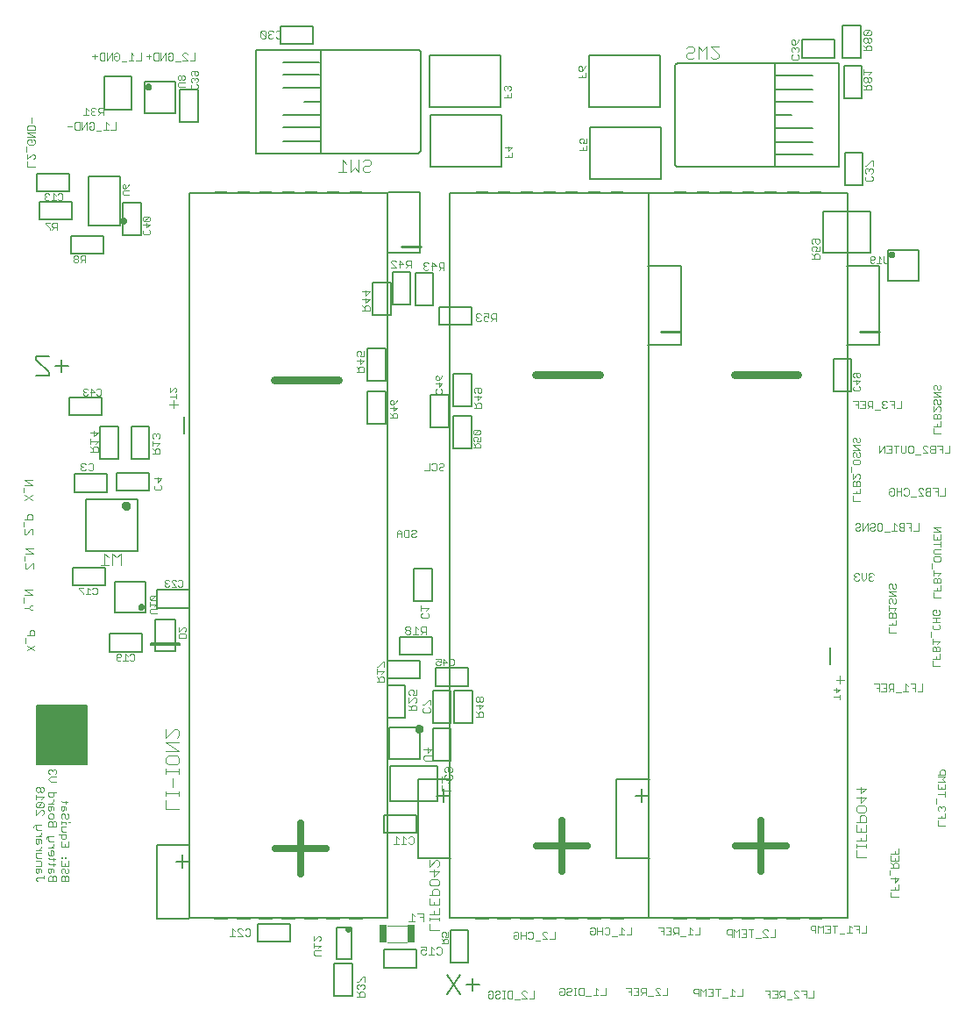
<source format=gbo>
G75*
%MOIN*%
%OFA0B0*%
%FSLAX25Y25*%
%IPPOS*%
%LPD*%
%AMOC8*
5,1,8,0,0,1.08239X$1,22.5*
%
%ADD10C,0.00300*%
%ADD11C,0.00600*%
%ADD12C,0.00500*%
%ADD13C,0.02500*%
%ADD14C,0.03100*%
%ADD15C,0.00900*%
%ADD16C,0.01575*%
%ADD17C,0.00400*%
%ADD18C,0.00200*%
%ADD19C,0.01181*%
%ADD20C,0.01500*%
%ADD21C,0.00787*%
%ADD22R,0.02953X0.06693*%
D10*
X0052032Y0120259D02*
X0051556Y0120735D01*
X0051556Y0121210D01*
X0052032Y0121685D01*
X0054408Y0121685D01*
X0054408Y0121210D02*
X0054408Y0122161D01*
X0053458Y0123635D02*
X0053458Y0124585D01*
X0052982Y0125061D01*
X0051556Y0125061D01*
X0051556Y0123635D01*
X0052032Y0123159D01*
X0052507Y0123635D01*
X0052507Y0125061D01*
X0053458Y0126059D02*
X0053458Y0127486D01*
X0052982Y0127961D01*
X0051556Y0127961D01*
X0052032Y0128960D02*
X0051556Y0129435D01*
X0051556Y0130861D01*
X0053458Y0130861D01*
X0053458Y0131860D02*
X0051556Y0131860D01*
X0052507Y0131860D02*
X0053458Y0132810D01*
X0053458Y0133286D01*
X0053458Y0134752D02*
X0053458Y0135702D01*
X0052982Y0136178D01*
X0051556Y0136178D01*
X0051556Y0134752D01*
X0052032Y0134276D01*
X0052507Y0134752D01*
X0052507Y0136178D01*
X0052507Y0137177D02*
X0053458Y0138127D01*
X0053458Y0138603D01*
X0053458Y0139593D02*
X0052032Y0139593D01*
X0051556Y0140069D01*
X0051556Y0141495D01*
X0051081Y0141495D02*
X0050606Y0141019D01*
X0050606Y0140544D01*
X0051081Y0141495D02*
X0053458Y0141495D01*
X0056281Y0141043D02*
X0056281Y0142469D01*
X0056756Y0142945D01*
X0057231Y0142945D01*
X0057707Y0142469D01*
X0057707Y0141043D01*
X0059133Y0141043D02*
X0059133Y0142469D01*
X0058657Y0142945D01*
X0058182Y0142945D01*
X0057707Y0142469D01*
X0057707Y0143944D02*
X0056756Y0143944D01*
X0056281Y0144419D01*
X0056281Y0145370D01*
X0056756Y0145845D01*
X0057707Y0145845D01*
X0058182Y0145370D01*
X0058182Y0144419D01*
X0057707Y0143944D01*
X0056756Y0146844D02*
X0057231Y0147319D01*
X0057231Y0148745D01*
X0057707Y0148745D02*
X0056281Y0148745D01*
X0056281Y0147319D01*
X0056756Y0146844D01*
X0058182Y0147319D02*
X0058182Y0148270D01*
X0057707Y0148745D01*
X0058182Y0149744D02*
X0056281Y0149744D01*
X0057231Y0149744D02*
X0058182Y0150694D01*
X0058182Y0151170D01*
X0057707Y0152160D02*
X0058182Y0152636D01*
X0058182Y0154062D01*
X0059133Y0154062D02*
X0056281Y0154062D01*
X0056281Y0152636D01*
X0056756Y0152160D01*
X0057707Y0152160D01*
X0054408Y0152144D02*
X0051556Y0152144D01*
X0051556Y0151194D02*
X0051556Y0153095D01*
X0052032Y0154094D02*
X0052507Y0154094D01*
X0052982Y0154569D01*
X0052982Y0155520D01*
X0052507Y0155995D01*
X0052032Y0155995D01*
X0051556Y0155520D01*
X0051556Y0154569D01*
X0052032Y0154094D01*
X0052982Y0154569D02*
X0053458Y0154094D01*
X0053933Y0154094D01*
X0054408Y0154569D01*
X0054408Y0155520D01*
X0053933Y0155995D01*
X0053458Y0155995D01*
X0052982Y0155520D01*
X0054408Y0152144D02*
X0053458Y0151194D01*
X0053933Y0150195D02*
X0052032Y0148294D01*
X0051556Y0148769D01*
X0051556Y0149720D01*
X0052032Y0150195D01*
X0053933Y0150195D01*
X0054408Y0149720D01*
X0054408Y0148769D01*
X0053933Y0148294D01*
X0052032Y0148294D01*
X0051556Y0147295D02*
X0051556Y0145394D01*
X0053458Y0147295D01*
X0053933Y0147295D01*
X0054408Y0146820D01*
X0054408Y0145869D01*
X0053933Y0145394D01*
X0056281Y0141043D02*
X0059133Y0141043D01*
X0061005Y0141011D02*
X0061005Y0139585D01*
X0061480Y0139110D01*
X0062906Y0139110D01*
X0062906Y0138111D02*
X0062906Y0136685D01*
X0062431Y0136210D01*
X0061480Y0136210D01*
X0061005Y0136685D01*
X0061005Y0138111D01*
X0060054Y0138111D02*
X0062906Y0138111D01*
X0062906Y0141011D02*
X0061005Y0141011D01*
X0061005Y0142010D02*
X0061005Y0142961D01*
X0061005Y0142485D02*
X0062906Y0142485D01*
X0062906Y0142010D01*
X0063857Y0142485D02*
X0064332Y0142485D01*
X0063382Y0143944D02*
X0062906Y0143944D01*
X0062431Y0144419D01*
X0062431Y0145370D01*
X0061956Y0145845D01*
X0061480Y0145845D01*
X0061005Y0145370D01*
X0061005Y0144419D01*
X0061480Y0143944D01*
X0063382Y0143944D02*
X0063857Y0144419D01*
X0063857Y0145370D01*
X0063382Y0145845D01*
X0062906Y0147319D02*
X0062906Y0148270D01*
X0062431Y0148745D01*
X0061005Y0148745D01*
X0061005Y0147319D01*
X0061480Y0146844D01*
X0061956Y0147319D01*
X0061956Y0148745D01*
X0062906Y0149744D02*
X0062906Y0150694D01*
X0063382Y0150219D02*
X0061480Y0150219D01*
X0061005Y0150694D01*
X0059133Y0157961D02*
X0057231Y0157961D01*
X0056281Y0158911D01*
X0057231Y0159862D01*
X0059133Y0159862D01*
X0058657Y0160861D02*
X0059133Y0161336D01*
X0059133Y0162287D01*
X0058657Y0162762D01*
X0058182Y0162762D01*
X0057707Y0162287D01*
X0057231Y0162762D01*
X0056756Y0162762D01*
X0056281Y0162287D01*
X0056281Y0161336D01*
X0056756Y0160861D01*
X0057707Y0161811D02*
X0057707Y0162287D01*
X0058182Y0137145D02*
X0055805Y0137145D01*
X0055330Y0136669D01*
X0055330Y0136194D01*
X0056281Y0135719D02*
X0056281Y0137145D01*
X0056281Y0135719D02*
X0056756Y0135243D01*
X0058182Y0135243D01*
X0058182Y0134252D02*
X0058182Y0133777D01*
X0057231Y0132826D01*
X0056281Y0132826D02*
X0058182Y0132826D01*
X0057707Y0131828D02*
X0057231Y0131828D01*
X0057231Y0129926D01*
X0056756Y0129926D02*
X0057707Y0129926D01*
X0058182Y0130402D01*
X0058182Y0131352D01*
X0057707Y0131828D01*
X0056281Y0131352D02*
X0056281Y0130402D01*
X0056756Y0129926D01*
X0056281Y0128944D02*
X0056756Y0128468D01*
X0058657Y0128468D01*
X0058182Y0127993D02*
X0058182Y0128944D01*
X0058182Y0127010D02*
X0058182Y0126059D01*
X0058657Y0126535D02*
X0056756Y0126535D01*
X0056281Y0127010D01*
X0056281Y0125061D02*
X0056281Y0123635D01*
X0056756Y0123159D01*
X0057231Y0123635D01*
X0057231Y0125061D01*
X0057707Y0125061D02*
X0056281Y0125061D01*
X0057707Y0125061D02*
X0058182Y0124585D01*
X0058182Y0123635D01*
X0058182Y0122161D02*
X0057707Y0121685D01*
X0057707Y0120259D01*
X0059133Y0120259D02*
X0059133Y0121685D01*
X0058657Y0122161D01*
X0058182Y0122161D01*
X0057707Y0121685D02*
X0057231Y0122161D01*
X0056756Y0122161D01*
X0056281Y0121685D01*
X0056281Y0120259D01*
X0059133Y0120259D01*
X0061005Y0120259D02*
X0061005Y0121685D01*
X0061480Y0122161D01*
X0061956Y0122161D01*
X0062431Y0121685D01*
X0062431Y0120259D01*
X0061005Y0120259D02*
X0063857Y0120259D01*
X0063857Y0121685D01*
X0063382Y0122161D01*
X0062906Y0122161D01*
X0062431Y0121685D01*
X0062906Y0123159D02*
X0062431Y0123635D01*
X0062431Y0124585D01*
X0061956Y0125061D01*
X0061480Y0125061D01*
X0061005Y0124585D01*
X0061005Y0123635D01*
X0061480Y0123159D01*
X0062906Y0123159D02*
X0063382Y0123159D01*
X0063857Y0123635D01*
X0063857Y0124585D01*
X0063382Y0125061D01*
X0063857Y0126059D02*
X0061005Y0126059D01*
X0061005Y0127961D01*
X0061005Y0128960D02*
X0061480Y0128960D01*
X0061480Y0129435D01*
X0061005Y0129435D01*
X0061005Y0128960D01*
X0062431Y0128960D02*
X0062906Y0128960D01*
X0062906Y0129435D01*
X0062431Y0129435D01*
X0062431Y0128960D01*
X0063857Y0127961D02*
X0063857Y0126059D01*
X0062431Y0126059D02*
X0062431Y0127010D01*
X0062431Y0133310D02*
X0062431Y0134260D01*
X0061005Y0133310D02*
X0061005Y0135211D01*
X0061005Y0133310D02*
X0063857Y0133310D01*
X0063857Y0135211D01*
X0053458Y0137177D02*
X0051556Y0137177D01*
X0052032Y0128960D02*
X0053458Y0128960D01*
X0053458Y0126059D02*
X0051556Y0126059D01*
X0050865Y0207817D02*
X0048013Y0209718D01*
X0047538Y0210717D02*
X0047538Y0212618D01*
X0048013Y0213617D02*
X0050865Y0213617D01*
X0050865Y0215043D01*
X0050390Y0215518D01*
X0049439Y0215518D01*
X0048964Y0215043D01*
X0048964Y0213617D01*
X0050865Y0209718D02*
X0048013Y0207817D01*
X0049602Y0223171D02*
X0048652Y0224122D01*
X0047226Y0224122D01*
X0048652Y0224122D02*
X0049602Y0225072D01*
X0050078Y0225072D01*
X0050078Y0223171D02*
X0049602Y0223171D01*
X0046750Y0226071D02*
X0046750Y0227972D01*
X0047226Y0228971D02*
X0050078Y0228971D01*
X0047226Y0230872D01*
X0050078Y0230872D01*
X0050471Y0238919D02*
X0050471Y0240820D01*
X0049996Y0240820D01*
X0048095Y0238919D01*
X0047619Y0238919D01*
X0047619Y0240820D01*
X0047144Y0241819D02*
X0047144Y0243720D01*
X0047619Y0244719D02*
X0050471Y0244719D01*
X0047619Y0246621D01*
X0050471Y0246621D01*
X0050078Y0251911D02*
X0050078Y0253812D01*
X0049602Y0253812D01*
X0047701Y0251911D01*
X0047226Y0251911D01*
X0047226Y0253812D01*
X0046750Y0254811D02*
X0046750Y0256713D01*
X0047226Y0257711D02*
X0050078Y0257711D01*
X0050078Y0259137D01*
X0049602Y0259613D01*
X0048652Y0259613D01*
X0048176Y0259137D01*
X0048176Y0257711D01*
X0047226Y0264903D02*
X0050078Y0266805D01*
X0050078Y0264903D02*
X0047226Y0266805D01*
X0046750Y0267803D02*
X0046750Y0269705D01*
X0047226Y0270703D02*
X0050078Y0270703D01*
X0047226Y0272605D01*
X0050078Y0272605D01*
X0068440Y0276734D02*
X0068915Y0276259D01*
X0069866Y0276259D01*
X0070341Y0276734D01*
X0071340Y0276734D02*
X0071816Y0276259D01*
X0072766Y0276259D01*
X0073242Y0276734D01*
X0073242Y0278636D01*
X0072766Y0279111D01*
X0071816Y0279111D01*
X0071340Y0278636D01*
X0070341Y0278636D02*
X0069866Y0279111D01*
X0068915Y0279111D01*
X0068440Y0278636D01*
X0068440Y0278160D01*
X0068915Y0277685D01*
X0068440Y0277210D01*
X0068440Y0276734D01*
X0068915Y0277685D02*
X0069391Y0277685D01*
X0072129Y0283458D02*
X0074981Y0283458D01*
X0074981Y0284884D01*
X0074506Y0285359D01*
X0073555Y0285359D01*
X0073080Y0284884D01*
X0073080Y0283458D01*
X0073080Y0284409D02*
X0072129Y0285359D01*
X0072129Y0286358D02*
X0072129Y0288259D01*
X0072129Y0287309D02*
X0074981Y0287309D01*
X0074030Y0286358D01*
X0073555Y0289258D02*
X0073555Y0291159D01*
X0072129Y0290684D02*
X0074981Y0290684D01*
X0073555Y0289258D01*
X0095692Y0288899D02*
X0096167Y0288424D01*
X0095692Y0288899D02*
X0095692Y0289850D01*
X0096167Y0290325D01*
X0096643Y0290325D01*
X0097118Y0289850D01*
X0097118Y0289375D01*
X0097118Y0289850D02*
X0097593Y0290325D01*
X0098069Y0290325D01*
X0098544Y0289850D01*
X0098544Y0288899D01*
X0098069Y0288424D01*
X0098544Y0286474D02*
X0095692Y0286474D01*
X0095692Y0285524D02*
X0095692Y0287425D01*
X0097593Y0285524D02*
X0098544Y0286474D01*
X0098069Y0284525D02*
X0097118Y0284525D01*
X0096643Y0284050D01*
X0096643Y0282624D01*
X0096643Y0283574D02*
X0095692Y0284525D01*
X0095692Y0282624D02*
X0098544Y0282624D01*
X0098544Y0284050D01*
X0098069Y0284525D01*
X0097776Y0273637D02*
X0097776Y0271736D01*
X0099202Y0273162D01*
X0096350Y0273162D01*
X0096825Y0270737D02*
X0096350Y0270262D01*
X0096350Y0269311D01*
X0096825Y0268836D01*
X0098726Y0268836D01*
X0099202Y0269311D01*
X0099202Y0270262D01*
X0098726Y0270737D01*
X0173310Y0313773D02*
X0176162Y0313773D01*
X0176162Y0315199D01*
X0175687Y0315674D01*
X0174736Y0315674D01*
X0174261Y0315199D01*
X0174261Y0313773D01*
X0174261Y0314724D02*
X0173310Y0315674D01*
X0174736Y0316673D02*
X0174736Y0318574D01*
X0174736Y0319573D02*
X0175212Y0320524D01*
X0175212Y0320999D01*
X0174736Y0321474D01*
X0173786Y0321474D01*
X0173310Y0320999D01*
X0173310Y0320048D01*
X0173786Y0319573D01*
X0174736Y0319573D02*
X0176162Y0319573D01*
X0176162Y0321474D01*
X0176162Y0318099D02*
X0174736Y0316673D01*
X0173310Y0318099D02*
X0176162Y0318099D01*
X0176422Y0336939D02*
X0176422Y0338365D01*
X0176898Y0338840D01*
X0177848Y0338840D01*
X0178324Y0338365D01*
X0178324Y0336939D01*
X0175472Y0336939D01*
X0176422Y0337889D02*
X0175472Y0338840D01*
X0176898Y0339839D02*
X0176898Y0341740D01*
X0176898Y0342739D02*
X0176898Y0344640D01*
X0178324Y0344165D02*
X0176898Y0342739D01*
X0175472Y0344165D02*
X0178324Y0344165D01*
X0178324Y0341265D02*
X0176898Y0339839D01*
X0175472Y0341265D02*
X0178324Y0341265D01*
X0186456Y0353231D02*
X0188358Y0353231D01*
X0186456Y0355133D01*
X0186456Y0355608D01*
X0186932Y0356084D01*
X0187882Y0356084D01*
X0188358Y0355608D01*
X0189356Y0354658D02*
X0191258Y0354658D01*
X0189832Y0356084D01*
X0189832Y0353231D01*
X0192257Y0353231D02*
X0193207Y0354182D01*
X0192732Y0354182D02*
X0194158Y0354182D01*
X0194158Y0353231D02*
X0194158Y0356084D01*
X0192732Y0356084D01*
X0192257Y0355608D01*
X0192257Y0354658D01*
X0192732Y0354182D01*
X0198842Y0354345D02*
X0199317Y0353870D01*
X0198842Y0353395D01*
X0198842Y0352919D01*
X0199317Y0352444D01*
X0200268Y0352444D01*
X0200743Y0352919D01*
X0199793Y0353870D02*
X0199317Y0353870D01*
X0198842Y0354345D02*
X0198842Y0354821D01*
X0199317Y0355296D01*
X0200268Y0355296D01*
X0200743Y0354821D01*
X0201742Y0353870D02*
X0203644Y0353870D01*
X0202218Y0355296D01*
X0202218Y0352444D01*
X0204642Y0352444D02*
X0205593Y0353395D01*
X0205118Y0353395D02*
X0206544Y0353395D01*
X0206544Y0352444D02*
X0206544Y0355296D01*
X0205118Y0355296D01*
X0204642Y0354821D01*
X0204642Y0353870D01*
X0205118Y0353395D01*
X0219278Y0335804D02*
X0218802Y0335329D01*
X0218802Y0334853D01*
X0219278Y0334378D01*
X0218802Y0333903D01*
X0218802Y0333427D01*
X0219278Y0332952D01*
X0220228Y0332952D01*
X0220704Y0333427D01*
X0221702Y0333427D02*
X0222178Y0332952D01*
X0223128Y0332952D01*
X0223604Y0333427D01*
X0223604Y0334378D02*
X0222653Y0334853D01*
X0222178Y0334853D01*
X0221702Y0334378D01*
X0221702Y0333427D01*
X0223604Y0334378D02*
X0223604Y0335804D01*
X0221702Y0335804D01*
X0220704Y0335329D02*
X0220228Y0335804D01*
X0219278Y0335804D01*
X0219278Y0334378D02*
X0219753Y0334378D01*
X0224603Y0334378D02*
X0224603Y0335329D01*
X0225078Y0335804D01*
X0226504Y0335804D01*
X0226504Y0332952D01*
X0226504Y0333903D02*
X0225078Y0333903D01*
X0224603Y0334378D01*
X0225553Y0333903D02*
X0224603Y0332952D01*
X0220368Y0307632D02*
X0220843Y0307157D01*
X0220843Y0306206D01*
X0220368Y0305731D01*
X0219893Y0305731D01*
X0219417Y0306206D01*
X0219417Y0307632D01*
X0218467Y0307632D02*
X0220368Y0307632D01*
X0218467Y0307632D02*
X0217991Y0307157D01*
X0217991Y0306206D01*
X0218467Y0305731D01*
X0219417Y0304732D02*
X0219417Y0302831D01*
X0220843Y0304257D01*
X0217991Y0304257D01*
X0217991Y0301832D02*
X0218942Y0300881D01*
X0218942Y0301357D02*
X0218942Y0299931D01*
X0217991Y0299931D02*
X0220843Y0299931D01*
X0220843Y0301357D01*
X0220368Y0301832D01*
X0219417Y0301832D01*
X0218942Y0301357D01*
X0197913Y0224955D02*
X0197913Y0223054D01*
X0197913Y0224005D02*
X0200765Y0224005D01*
X0199814Y0223054D01*
X0200289Y0222055D02*
X0200765Y0221580D01*
X0200765Y0220629D01*
X0200289Y0220154D01*
X0198388Y0220154D01*
X0197913Y0220629D01*
X0197913Y0221580D01*
X0198388Y0222055D01*
X0198212Y0216950D02*
X0197737Y0216474D01*
X0197737Y0215524D01*
X0198212Y0215048D01*
X0199638Y0215048D01*
X0199638Y0214098D02*
X0199638Y0216950D01*
X0198212Y0216950D01*
X0196738Y0215999D02*
X0195787Y0216950D01*
X0195787Y0214098D01*
X0194837Y0214098D02*
X0196738Y0214098D01*
X0197737Y0214098D02*
X0198688Y0215048D01*
X0193838Y0215048D02*
X0193363Y0215524D01*
X0192412Y0215524D01*
X0191937Y0215048D01*
X0191937Y0214573D01*
X0192412Y0214098D01*
X0193363Y0214098D01*
X0193838Y0214573D01*
X0193838Y0215048D01*
X0193363Y0215524D02*
X0193838Y0215999D01*
X0193838Y0216474D01*
X0193363Y0216950D01*
X0192412Y0216950D01*
X0191937Y0216474D01*
X0191937Y0215999D01*
X0192412Y0215524D01*
X0183836Y0203695D02*
X0183360Y0203695D01*
X0181459Y0201794D01*
X0180983Y0201794D01*
X0180983Y0200795D02*
X0180983Y0198894D01*
X0180983Y0199845D02*
X0183836Y0199845D01*
X0182885Y0198894D01*
X0183360Y0197895D02*
X0182409Y0197895D01*
X0181934Y0197420D01*
X0181934Y0195994D01*
X0181934Y0196944D02*
X0180983Y0197895D01*
X0180983Y0195994D02*
X0183836Y0195994D01*
X0183836Y0197420D01*
X0183360Y0197895D01*
X0183836Y0201794D02*
X0183836Y0203695D01*
X0193738Y0192884D02*
X0193263Y0192409D01*
X0193263Y0191458D01*
X0193738Y0190983D01*
X0194689Y0190983D02*
X0195164Y0191933D01*
X0195164Y0192409D01*
X0194689Y0192884D01*
X0193738Y0192884D01*
X0194689Y0190983D02*
X0196115Y0190983D01*
X0196115Y0192884D01*
X0195640Y0189984D02*
X0196115Y0189508D01*
X0196115Y0188558D01*
X0195640Y0188082D01*
X0195640Y0187084D02*
X0194689Y0187084D01*
X0194214Y0186608D01*
X0194214Y0185182D01*
X0194214Y0186133D02*
X0193263Y0187084D01*
X0193263Y0188082D02*
X0195164Y0189984D01*
X0195640Y0189984D01*
X0193263Y0189984D02*
X0193263Y0188082D01*
X0195640Y0187084D02*
X0196115Y0186608D01*
X0196115Y0185182D01*
X0193263Y0185182D01*
X0198507Y0184721D02*
X0198507Y0185671D01*
X0198982Y0186147D01*
X0198982Y0187145D02*
X0198507Y0187145D01*
X0198982Y0187145D02*
X0200884Y0189047D01*
X0201359Y0189047D01*
X0201359Y0187145D01*
X0200884Y0186147D02*
X0201359Y0185671D01*
X0201359Y0184721D01*
X0200884Y0184245D01*
X0198982Y0184245D01*
X0198507Y0184721D01*
X0200321Y0170862D02*
X0200321Y0168960D01*
X0201747Y0170386D01*
X0198895Y0170386D01*
X0199370Y0167962D02*
X0201747Y0167962D01*
X0201747Y0166060D02*
X0199370Y0166060D01*
X0198895Y0166536D01*
X0198895Y0167486D01*
X0199370Y0167962D01*
X0206850Y0163070D02*
X0207325Y0163546D01*
X0209226Y0163546D01*
X0209702Y0163070D01*
X0209702Y0162120D01*
X0209226Y0161644D01*
X0208751Y0161644D01*
X0208276Y0162120D01*
X0208276Y0163546D01*
X0206850Y0163070D02*
X0206850Y0162120D01*
X0207325Y0161644D01*
X0207325Y0160646D02*
X0206850Y0160170D01*
X0206850Y0159220D01*
X0207325Y0158744D01*
X0209226Y0158744D01*
X0209702Y0159220D01*
X0209702Y0160170D01*
X0209226Y0160646D01*
X0209133Y0158825D02*
X0205887Y0158825D01*
X0205887Y0159907D02*
X0205887Y0157742D01*
X0205887Y0156644D02*
X0205887Y0154480D01*
X0209133Y0154480D01*
X0208051Y0157742D02*
X0209133Y0158825D01*
X0218688Y0182615D02*
X0221540Y0182615D01*
X0221540Y0184041D01*
X0221065Y0184517D01*
X0220114Y0184517D01*
X0219639Y0184041D01*
X0219639Y0182615D01*
X0219639Y0183566D02*
X0218688Y0184517D01*
X0220114Y0185515D02*
X0220114Y0187417D01*
X0219639Y0188416D02*
X0220114Y0188891D01*
X0220114Y0189842D01*
X0219639Y0190317D01*
X0219164Y0190317D01*
X0218688Y0189842D01*
X0218688Y0188891D01*
X0219164Y0188416D01*
X0219639Y0188416D01*
X0220114Y0188891D02*
X0220590Y0188416D01*
X0221065Y0188416D01*
X0221540Y0188891D01*
X0221540Y0189842D01*
X0221065Y0190317D01*
X0220590Y0190317D01*
X0220114Y0189842D01*
X0218688Y0186941D02*
X0221540Y0186941D01*
X0220114Y0185515D01*
X0194619Y0137261D02*
X0195094Y0136785D01*
X0195094Y0134884D01*
X0194619Y0134409D01*
X0193668Y0134409D01*
X0193193Y0134884D01*
X0192194Y0134409D02*
X0190293Y0134409D01*
X0191244Y0134409D02*
X0191244Y0137261D01*
X0192194Y0136310D01*
X0193193Y0136785D02*
X0193668Y0137261D01*
X0194619Y0137261D01*
X0189294Y0136310D02*
X0188344Y0137261D01*
X0188344Y0134409D01*
X0189294Y0134409D02*
X0187393Y0134409D01*
X0201044Y0128158D02*
X0201044Y0125732D01*
X0203471Y0128158D01*
X0204078Y0128158D01*
X0204685Y0127552D01*
X0204685Y0126338D01*
X0204078Y0125732D01*
X0202865Y0124533D02*
X0202865Y0122107D01*
X0204685Y0123927D01*
X0201044Y0123927D01*
X0201651Y0120908D02*
X0204078Y0120908D01*
X0204685Y0120302D01*
X0204685Y0119088D01*
X0204078Y0118481D01*
X0201651Y0118481D01*
X0201044Y0119088D01*
X0201044Y0120302D01*
X0201651Y0120908D01*
X0202865Y0117283D02*
X0202258Y0116676D01*
X0202258Y0114856D01*
X0201044Y0114856D02*
X0204685Y0114856D01*
X0204685Y0116676D01*
X0204078Y0117283D01*
X0202865Y0117283D01*
X0204685Y0113658D02*
X0204685Y0111231D01*
X0201044Y0111231D01*
X0201044Y0113658D01*
X0202865Y0112445D02*
X0202865Y0111231D01*
X0204685Y0110033D02*
X0204685Y0107606D01*
X0201044Y0107606D01*
X0201044Y0106403D02*
X0201044Y0105189D01*
X0201044Y0105796D02*
X0204685Y0105796D01*
X0204685Y0105189D02*
X0204685Y0106403D01*
X0202865Y0107606D02*
X0202865Y0108819D01*
X0198658Y0108121D02*
X0196494Y0108121D01*
X0195395Y0107039D02*
X0194313Y0108121D01*
X0194313Y0104875D01*
X0195395Y0104875D02*
X0193231Y0104875D01*
X0197576Y0106498D02*
X0198658Y0106498D01*
X0198658Y0104875D02*
X0198658Y0108121D01*
X0201044Y0103991D02*
X0201044Y0101564D01*
X0204685Y0101564D01*
X0204212Y0095253D02*
X0205162Y0095253D01*
X0205638Y0094777D01*
X0205638Y0092876D01*
X0205162Y0092401D01*
X0204212Y0092401D01*
X0203736Y0092876D01*
X0202738Y0092401D02*
X0200836Y0092401D01*
X0201787Y0092401D02*
X0201787Y0095253D01*
X0202738Y0094302D01*
X0203736Y0094777D02*
X0204212Y0095253D01*
X0199838Y0095253D02*
X0199838Y0093827D01*
X0198887Y0094302D01*
X0198412Y0094302D01*
X0197936Y0093827D01*
X0197936Y0092876D01*
X0198412Y0092401D01*
X0199362Y0092401D01*
X0199838Y0092876D01*
X0199838Y0095253D02*
X0197936Y0095253D01*
X0176355Y0084010D02*
X0175880Y0084010D01*
X0173978Y0082109D01*
X0173503Y0082109D01*
X0173978Y0081110D02*
X0173503Y0080635D01*
X0173503Y0079684D01*
X0173978Y0079209D01*
X0173503Y0078210D02*
X0174454Y0077259D01*
X0174454Y0077735D02*
X0174454Y0076309D01*
X0173503Y0076309D02*
X0176355Y0076309D01*
X0176355Y0077735D01*
X0175880Y0078210D01*
X0174929Y0078210D01*
X0174454Y0077735D01*
X0175880Y0079209D02*
X0176355Y0079684D01*
X0176355Y0080635D01*
X0175880Y0081110D01*
X0175405Y0081110D01*
X0174929Y0080635D01*
X0174454Y0081110D01*
X0173978Y0081110D01*
X0174929Y0080635D02*
X0174929Y0080159D01*
X0176355Y0082109D02*
X0176355Y0084010D01*
X0159684Y0092120D02*
X0157432Y0092120D01*
X0156981Y0092570D01*
X0156981Y0093471D01*
X0157432Y0093921D01*
X0159684Y0093921D01*
X0158783Y0094882D02*
X0159684Y0095783D01*
X0156981Y0095783D01*
X0156981Y0094882D02*
X0156981Y0096684D01*
X0156981Y0097644D02*
X0158783Y0099446D01*
X0159233Y0099446D01*
X0159684Y0098995D01*
X0159684Y0098095D01*
X0159233Y0097644D01*
X0156981Y0097644D02*
X0156981Y0099446D01*
X0132945Y0099888D02*
X0132470Y0099413D01*
X0131519Y0099413D01*
X0131044Y0099888D01*
X0130045Y0099413D02*
X0128144Y0101314D01*
X0128144Y0101789D01*
X0128619Y0102265D01*
X0129570Y0102265D01*
X0130045Y0101789D01*
X0131044Y0101789D02*
X0131519Y0102265D01*
X0132470Y0102265D01*
X0132945Y0101789D01*
X0132945Y0099888D01*
X0130045Y0099413D02*
X0128144Y0099413D01*
X0127145Y0099413D02*
X0125244Y0099413D01*
X0126194Y0099413D02*
X0126194Y0102265D01*
X0127145Y0101314D01*
X0346438Y0356635D02*
X0349290Y0356635D01*
X0349290Y0358062D01*
X0348815Y0358537D01*
X0347864Y0358537D01*
X0347389Y0358062D01*
X0347389Y0356635D01*
X0347389Y0357586D02*
X0346438Y0358537D01*
X0346914Y0359536D02*
X0346438Y0360011D01*
X0346438Y0360962D01*
X0346914Y0361437D01*
X0347864Y0361437D01*
X0348340Y0360962D01*
X0348340Y0360486D01*
X0347864Y0359536D01*
X0349290Y0359536D01*
X0349290Y0361437D01*
X0348815Y0362436D02*
X0348340Y0362436D01*
X0347864Y0362911D01*
X0347864Y0364337D01*
X0346914Y0364337D02*
X0348815Y0364337D01*
X0349290Y0363862D01*
X0349290Y0362911D01*
X0348815Y0362436D01*
X0346914Y0362436D02*
X0346438Y0362911D01*
X0346438Y0363862D01*
X0346914Y0364337D01*
X0367286Y0386151D02*
X0366810Y0386627D01*
X0366810Y0387577D01*
X0367286Y0388053D01*
X0367286Y0389051D02*
X0366810Y0389527D01*
X0366810Y0390477D01*
X0367286Y0390953D01*
X0367761Y0390953D01*
X0368236Y0390477D01*
X0368236Y0390002D01*
X0368236Y0390477D02*
X0368712Y0390953D01*
X0369187Y0390953D01*
X0369662Y0390477D01*
X0369662Y0389527D01*
X0369187Y0389051D01*
X0369187Y0388053D02*
X0369662Y0387577D01*
X0369662Y0386627D01*
X0369187Y0386151D01*
X0367286Y0386151D01*
X0367286Y0391951D02*
X0366810Y0391951D01*
X0367286Y0391951D02*
X0369187Y0393853D01*
X0369662Y0393853D01*
X0369662Y0391951D01*
X0369076Y0420859D02*
X0366224Y0420859D01*
X0367174Y0420859D02*
X0367174Y0422285D01*
X0367650Y0422761D01*
X0368600Y0422761D01*
X0369076Y0422285D01*
X0369076Y0420859D01*
X0367174Y0421810D02*
X0366224Y0422761D01*
X0366699Y0423760D02*
X0366224Y0424235D01*
X0366224Y0425186D01*
X0366699Y0425661D01*
X0367174Y0425661D01*
X0367650Y0425186D01*
X0367650Y0424235D01*
X0368125Y0423760D01*
X0368600Y0423760D01*
X0369076Y0424235D01*
X0369076Y0425186D01*
X0368600Y0425661D01*
X0368125Y0425661D01*
X0367650Y0425186D01*
X0367650Y0424235D02*
X0367174Y0423760D01*
X0366699Y0423760D01*
X0366224Y0426660D02*
X0366224Y0428561D01*
X0366224Y0427610D02*
X0369076Y0427610D01*
X0368125Y0426660D01*
X0369076Y0435820D02*
X0366224Y0435820D01*
X0367174Y0435820D02*
X0367174Y0437246D01*
X0367650Y0437721D01*
X0368600Y0437721D01*
X0369076Y0437246D01*
X0369076Y0435820D01*
X0367174Y0436771D02*
X0366224Y0437721D01*
X0366699Y0438720D02*
X0366224Y0439196D01*
X0366224Y0440146D01*
X0366699Y0440622D01*
X0367174Y0440622D01*
X0367650Y0440146D01*
X0367650Y0439196D01*
X0368125Y0438720D01*
X0368600Y0438720D01*
X0369076Y0439196D01*
X0369076Y0440146D01*
X0368600Y0440622D01*
X0368125Y0440622D01*
X0367650Y0440146D01*
X0367650Y0439196D02*
X0367174Y0438720D01*
X0366699Y0438720D01*
X0366699Y0441620D02*
X0368600Y0443522D01*
X0366699Y0443522D01*
X0366224Y0443046D01*
X0366224Y0442096D01*
X0366699Y0441620D01*
X0368600Y0441620D01*
X0369076Y0442096D01*
X0369076Y0443046D01*
X0368600Y0443522D01*
X0341517Y0439978D02*
X0341041Y0439028D01*
X0340091Y0438077D01*
X0340091Y0439503D01*
X0339615Y0439978D01*
X0339140Y0439978D01*
X0338665Y0439503D01*
X0338665Y0438552D01*
X0339140Y0438077D01*
X0340091Y0438077D01*
X0340566Y0437078D02*
X0340091Y0436603D01*
X0339615Y0437078D01*
X0339140Y0437078D01*
X0338665Y0436603D01*
X0338665Y0435652D01*
X0339140Y0435177D01*
X0339140Y0434178D02*
X0338665Y0433703D01*
X0338665Y0432752D01*
X0339140Y0432277D01*
X0341041Y0432277D01*
X0341517Y0432752D01*
X0341517Y0433703D01*
X0341041Y0434178D01*
X0341041Y0435177D02*
X0341517Y0435652D01*
X0341517Y0436603D01*
X0341041Y0437078D01*
X0340566Y0437078D01*
X0340091Y0436603D02*
X0340091Y0436128D01*
X0144614Y0440908D02*
X0144139Y0440432D01*
X0143188Y0440432D01*
X0142713Y0440908D01*
X0141714Y0440908D02*
X0141239Y0440432D01*
X0140288Y0440432D01*
X0139813Y0440908D01*
X0139813Y0441383D01*
X0140288Y0441858D01*
X0140763Y0441858D01*
X0140288Y0441858D02*
X0139813Y0442334D01*
X0139813Y0442809D01*
X0140288Y0443284D01*
X0141239Y0443284D01*
X0141714Y0442809D01*
X0142713Y0442809D02*
X0143188Y0443284D01*
X0144139Y0443284D01*
X0144614Y0442809D01*
X0144614Y0440908D01*
X0138814Y0440908D02*
X0136913Y0442809D01*
X0136913Y0440908D01*
X0137388Y0440432D01*
X0138339Y0440432D01*
X0138814Y0440908D01*
X0138814Y0442809D01*
X0138339Y0443284D01*
X0137388Y0443284D01*
X0136913Y0442809D01*
X0077161Y0414038D02*
X0077161Y0411186D01*
X0077161Y0412137D02*
X0075735Y0412137D01*
X0075260Y0412612D01*
X0075260Y0413563D01*
X0075735Y0414038D01*
X0077161Y0414038D01*
X0076211Y0412137D02*
X0075260Y0411186D01*
X0074261Y0411662D02*
X0073786Y0411186D01*
X0072835Y0411186D01*
X0072360Y0411662D01*
X0072360Y0412137D01*
X0072835Y0412612D01*
X0073311Y0412612D01*
X0072835Y0412612D02*
X0072360Y0413088D01*
X0072360Y0413563D01*
X0072835Y0414038D01*
X0073786Y0414038D01*
X0074261Y0413563D01*
X0071361Y0413088D02*
X0070410Y0414038D01*
X0070410Y0411186D01*
X0069460Y0411186D02*
X0071361Y0411186D01*
X0363422Y0155442D02*
X0367063Y0155442D01*
X0365242Y0153622D01*
X0365242Y0156048D01*
X0365242Y0152423D02*
X0365242Y0149996D01*
X0367063Y0151816D01*
X0363422Y0151816D01*
X0364029Y0148798D02*
X0366456Y0148798D01*
X0367063Y0148191D01*
X0367063Y0146978D01*
X0366456Y0146371D01*
X0364029Y0146371D01*
X0363422Y0146978D01*
X0363422Y0148191D01*
X0364029Y0148798D01*
X0365242Y0145173D02*
X0364636Y0144566D01*
X0364636Y0142746D01*
X0363422Y0142746D02*
X0367063Y0142746D01*
X0367063Y0144566D01*
X0366456Y0145173D01*
X0365242Y0145173D01*
X0363422Y0141548D02*
X0363422Y0139121D01*
X0367063Y0139121D01*
X0367063Y0141548D01*
X0365242Y0140334D02*
X0365242Y0139121D01*
X0367063Y0137923D02*
X0367063Y0135496D01*
X0363422Y0135496D01*
X0363422Y0134292D02*
X0363422Y0133079D01*
X0363422Y0133686D02*
X0367063Y0133686D01*
X0367063Y0134292D02*
X0367063Y0133079D01*
X0365242Y0135496D02*
X0365242Y0136709D01*
X0363422Y0131881D02*
X0363422Y0129454D01*
X0367063Y0129454D01*
D11*
X0284341Y0152787D02*
X0279487Y0152787D01*
X0281914Y0150361D02*
X0281914Y0155214D01*
X0220004Y0080937D02*
X0215150Y0080937D01*
X0217577Y0083364D02*
X0217577Y0078510D01*
X0212754Y0077297D02*
X0207900Y0084577D01*
X0212754Y0084577D02*
X0207900Y0077297D01*
X0171532Y0090603D02*
X0171532Y0102761D01*
X0165922Y0102761D01*
X0165922Y0090603D01*
X0171532Y0090603D01*
X0206324Y0150361D02*
X0206324Y0155214D01*
X0208750Y0152787D02*
X0203897Y0152787D01*
X0109538Y0127787D02*
X0104684Y0127787D01*
X0107111Y0125361D02*
X0107111Y0130214D01*
X0070698Y0164792D02*
X0070698Y0186839D01*
X0066367Y0186839D01*
X0051800Y0186839D01*
X0051800Y0164792D01*
X0070698Y0164792D01*
X0070698Y0164837D02*
X0051800Y0164837D01*
X0051800Y0165435D02*
X0070698Y0165435D01*
X0070698Y0166034D02*
X0051800Y0166034D01*
X0051800Y0166632D02*
X0070698Y0166632D01*
X0070698Y0167231D02*
X0051800Y0167231D01*
X0051800Y0167829D02*
X0070698Y0167829D01*
X0070698Y0168428D02*
X0051800Y0168428D01*
X0051800Y0169026D02*
X0070698Y0169026D01*
X0070698Y0169625D02*
X0051800Y0169625D01*
X0051800Y0170223D02*
X0070698Y0170223D01*
X0070698Y0170822D02*
X0051800Y0170822D01*
X0051800Y0171421D02*
X0070698Y0171421D01*
X0070698Y0172019D02*
X0051800Y0172019D01*
X0051800Y0172618D02*
X0070698Y0172618D01*
X0070698Y0173216D02*
X0051800Y0173216D01*
X0051800Y0173815D02*
X0070698Y0173815D01*
X0070698Y0174413D02*
X0051800Y0174413D01*
X0051800Y0175012D02*
X0070698Y0175012D01*
X0070698Y0175610D02*
X0051800Y0175610D01*
X0051800Y0176209D02*
X0070698Y0176209D01*
X0070698Y0176807D02*
X0051800Y0176807D01*
X0051800Y0177406D02*
X0070698Y0177406D01*
X0070698Y0178004D02*
X0051800Y0178004D01*
X0051800Y0178603D02*
X0070698Y0178603D01*
X0070698Y0179201D02*
X0051800Y0179201D01*
X0051800Y0179800D02*
X0070698Y0179800D01*
X0070698Y0180398D02*
X0051800Y0180398D01*
X0051800Y0180997D02*
X0070698Y0180997D01*
X0070698Y0181595D02*
X0051800Y0181595D01*
X0051800Y0182194D02*
X0070698Y0182194D01*
X0070698Y0182792D02*
X0051800Y0182792D01*
X0051800Y0183391D02*
X0070698Y0183391D01*
X0070698Y0183989D02*
X0051800Y0183989D01*
X0051800Y0184588D02*
X0070698Y0184588D01*
X0070698Y0185186D02*
X0051800Y0185186D01*
X0051800Y0185785D02*
X0070698Y0185785D01*
X0070698Y0186383D02*
X0051800Y0186383D01*
X0051601Y0312336D02*
X0056454Y0312336D01*
X0056454Y0313550D01*
X0051601Y0318403D01*
X0051601Y0319616D01*
X0056454Y0319616D01*
X0058851Y0315976D02*
X0063705Y0315976D01*
X0061278Y0313550D02*
X0061278Y0318403D01*
D12*
X0064137Y0304027D02*
X0076469Y0304027D01*
X0076468Y0297209D01*
X0064141Y0297212D01*
X0064137Y0304027D01*
X0075952Y0293003D02*
X0075949Y0280675D01*
X0082767Y0280675D01*
X0082767Y0293006D01*
X0075952Y0293003D01*
X0087762Y0293004D02*
X0087762Y0280673D01*
X0094577Y0280676D01*
X0094580Y0293004D01*
X0087762Y0293004D01*
X0082248Y0275287D02*
X0094579Y0275287D01*
X0094578Y0268469D01*
X0082251Y0268472D01*
X0082248Y0275287D01*
X0078436Y0274892D02*
X0078439Y0268077D01*
X0066108Y0268077D01*
X0066108Y0274895D01*
X0078436Y0274892D01*
X0070304Y0265186D02*
X0089989Y0265186D01*
X0089989Y0245501D01*
X0070304Y0245501D01*
X0070304Y0265186D01*
X0065318Y0239460D02*
X0077650Y0239460D01*
X0077649Y0232642D01*
X0065322Y0232645D01*
X0065318Y0239460D01*
X0081328Y0234083D02*
X0081328Y0222272D01*
X0093139Y0222272D01*
X0093139Y0234083D01*
X0081328Y0234083D01*
X0097604Y0230801D02*
X0097604Y0223983D01*
X0109935Y0223982D01*
X0109932Y0230797D01*
X0097604Y0230801D01*
X0096682Y0219517D02*
X0096682Y0210461D01*
X0095107Y0210461D01*
X0095107Y0210068D01*
X0106131Y0210068D01*
X0106131Y0210461D01*
X0104556Y0210461D01*
X0096682Y0210461D01*
X0096682Y0210068D01*
X0104556Y0210068D01*
X0104556Y0210461D01*
X0104556Y0219517D01*
X0096682Y0219517D01*
X0091823Y0214263D02*
X0079492Y0214264D01*
X0079495Y0207448D01*
X0091822Y0207445D01*
X0091823Y0214263D01*
X0096682Y0210068D02*
X0096682Y0207706D01*
X0104556Y0207706D01*
X0104556Y0210068D01*
X0109469Y0133926D02*
X0097469Y0133926D01*
X0097469Y0105926D01*
X0109469Y0105926D01*
X0109674Y0106131D02*
X0109674Y0381721D01*
X0185265Y0381721D01*
X0185265Y0106131D01*
X0109674Y0106131D01*
X0119469Y0105926D02*
X0124095Y0105926D01*
X0128032Y0105926D02*
X0132657Y0105926D01*
X0135791Y0104027D02*
X0148122Y0104027D01*
X0148122Y0097209D01*
X0135794Y0097212D01*
X0135791Y0104027D01*
X0136594Y0105926D02*
X0141220Y0105926D01*
X0145157Y0105926D02*
X0149782Y0105926D01*
X0153719Y0105926D02*
X0158344Y0105926D01*
X0162281Y0105926D02*
X0166907Y0105926D01*
X0170844Y0105926D02*
X0175469Y0105926D01*
X0183822Y0094185D02*
X0196154Y0094184D01*
X0196153Y0087366D01*
X0183826Y0087370D01*
X0183822Y0094185D01*
X0171746Y0089067D02*
X0171742Y0076739D01*
X0164927Y0076736D01*
X0164928Y0089067D01*
X0171746Y0089067D01*
X0196682Y0128926D02*
X0196682Y0158926D01*
X0209182Y0158926D01*
X0204162Y0164005D02*
X0186052Y0164005D01*
X0186052Y0150619D01*
X0204162Y0150619D01*
X0204162Y0164005D01*
X0202329Y0166106D02*
X0202329Y0178437D01*
X0209147Y0178437D01*
X0209144Y0166109D01*
X0202329Y0166106D01*
X0197469Y0166761D02*
X0197469Y0178572D01*
X0185658Y0178572D01*
X0185658Y0166761D01*
X0197469Y0166761D01*
X0202327Y0180281D02*
X0202330Y0192609D01*
X0209145Y0192612D01*
X0209145Y0180281D01*
X0202327Y0180281D01*
X0210596Y0180279D02*
X0210597Y0192610D01*
X0217415Y0192610D01*
X0217412Y0180283D01*
X0210596Y0180279D01*
X0215841Y0194455D02*
X0203509Y0194455D01*
X0203510Y0201273D01*
X0215837Y0201270D01*
X0215841Y0194455D01*
X0202059Y0206264D02*
X0189731Y0206267D01*
X0189728Y0213082D01*
X0202059Y0213082D01*
X0202059Y0206264D01*
X0197335Y0204027D02*
X0197334Y0197209D01*
X0185007Y0197212D01*
X0185004Y0204027D01*
X0197335Y0204027D01*
X0191824Y0194578D02*
X0185006Y0194579D01*
X0185006Y0182248D01*
X0191821Y0182251D01*
X0191824Y0194578D01*
X0195242Y0226736D02*
X0195243Y0239067D01*
X0202061Y0239067D01*
X0202057Y0226739D01*
X0195242Y0226736D01*
X0210201Y0284612D02*
X0210204Y0296940D01*
X0217019Y0296943D01*
X0217019Y0284612D01*
X0210201Y0284612D01*
X0208356Y0292487D02*
X0201541Y0292484D01*
X0201542Y0304815D01*
X0208360Y0304815D01*
X0208356Y0292487D01*
X0210203Y0300752D02*
X0210203Y0313083D01*
X0217021Y0313082D01*
X0217018Y0300755D01*
X0210203Y0300752D01*
X0184342Y0306392D02*
X0184342Y0294060D01*
X0177524Y0294061D01*
X0177527Y0306388D01*
X0184342Y0306392D01*
X0184342Y0310202D02*
X0184342Y0322534D01*
X0177527Y0322530D01*
X0177524Y0310203D01*
X0184342Y0310202D01*
X0204690Y0331463D02*
X0217022Y0331462D01*
X0217018Y0338278D01*
X0204691Y0338281D01*
X0204690Y0331463D01*
X0202452Y0338942D02*
X0202453Y0351274D01*
X0195637Y0351270D01*
X0195634Y0338943D01*
X0202452Y0338942D01*
X0193790Y0339336D02*
X0193791Y0351667D01*
X0186976Y0351664D01*
X0186973Y0339337D01*
X0193790Y0339336D01*
X0186309Y0335401D02*
X0186312Y0347728D01*
X0179495Y0347729D01*
X0179494Y0335397D01*
X0186309Y0335401D01*
X0185469Y0358926D02*
X0197469Y0358926D01*
X0197469Y0381926D01*
X0185469Y0381926D01*
X0175469Y0381926D02*
X0170844Y0381926D01*
X0166907Y0381926D02*
X0162281Y0381926D01*
X0158344Y0381926D02*
X0153719Y0381926D01*
X0149782Y0381926D02*
X0145157Y0381926D01*
X0141220Y0381926D02*
X0136594Y0381926D01*
X0132657Y0381926D02*
X0128032Y0381926D01*
X0124095Y0381926D02*
X0119469Y0381926D01*
X0135265Y0396682D02*
X0159674Y0396682D01*
X0159674Y0401406D01*
X0145501Y0401406D01*
X0145501Y0406524D02*
X0159674Y0406524D01*
X0159674Y0411249D01*
X0145501Y0411249D01*
X0153375Y0416367D02*
X0159674Y0416367D01*
X0159674Y0421485D01*
X0145501Y0421485D01*
X0145501Y0426603D02*
X0159280Y0426603D01*
X0159280Y0431328D02*
X0145501Y0431328D01*
X0144454Y0438156D02*
X0156785Y0438155D01*
X0156782Y0444971D01*
X0144455Y0444974D01*
X0144454Y0438156D01*
X0135265Y0436052D02*
X0159674Y0436052D01*
X0159674Y0421485D01*
X0159674Y0416367D02*
X0159674Y0411249D01*
X0159674Y0406524D02*
X0159674Y0401406D01*
X0159674Y0396682D02*
X0196682Y0396682D01*
X0197863Y0397469D01*
X0197863Y0435265D01*
X0197076Y0436052D01*
X0159674Y0436052D01*
X0135265Y0436052D02*
X0135265Y0396682D01*
X0113081Y0408629D02*
X0106266Y0408626D01*
X0106266Y0420957D01*
X0113084Y0420956D01*
X0113081Y0408629D01*
X0104556Y0412036D02*
X0104556Y0423847D01*
X0092745Y0423847D01*
X0092745Y0412036D01*
X0104556Y0412036D01*
X0087627Y0413217D02*
X0087627Y0425816D01*
X0077391Y0425816D01*
X0077391Y0413217D01*
X0087627Y0413217D01*
X0083375Y0387981D02*
X0071603Y0387981D01*
X0071603Y0369359D01*
X0083414Y0369359D01*
X0083375Y0387981D01*
X0084614Y0378042D02*
X0091429Y0378045D01*
X0091428Y0365714D01*
X0084610Y0365715D01*
X0084614Y0378042D01*
X0077254Y0365443D02*
X0077258Y0358628D01*
X0064927Y0358628D01*
X0064927Y0365446D01*
X0077254Y0365443D01*
X0065051Y0371618D02*
X0065051Y0378436D01*
X0052720Y0378437D01*
X0052723Y0371622D01*
X0065051Y0371618D01*
X0064266Y0382250D02*
X0051934Y0382251D01*
X0051935Y0389068D01*
X0064262Y0389065D01*
X0064266Y0382250D01*
X0201406Y0391564D02*
X0228572Y0391564D01*
X0228572Y0411249D01*
X0228178Y0411249D01*
X0201406Y0411249D01*
X0201406Y0391564D01*
X0208887Y0381721D02*
X0208887Y0106131D01*
X0284477Y0106131D01*
X0284477Y0381721D01*
X0360068Y0381721D01*
X0360068Y0106131D01*
X0284477Y0106131D01*
X0284477Y0381721D01*
X0208887Y0381721D01*
X0218682Y0381926D02*
X0223307Y0381926D01*
X0227244Y0381926D02*
X0231870Y0381926D01*
X0235807Y0381926D02*
X0240432Y0381926D01*
X0244369Y0381926D02*
X0248995Y0381926D01*
X0252932Y0381926D02*
X0257557Y0381926D01*
X0261494Y0381926D02*
X0266119Y0381926D01*
X0270056Y0381926D02*
X0274682Y0381926D01*
X0262430Y0386839D02*
X0262036Y0386839D01*
X0262036Y0406524D01*
X0289202Y0406524D01*
X0289202Y0386839D01*
X0262430Y0386839D01*
X0262036Y0414398D02*
X0261643Y0414398D01*
X0261643Y0434083D01*
X0288808Y0434083D01*
X0288808Y0414398D01*
X0262036Y0414398D01*
X0228178Y0414398D02*
X0228178Y0434083D01*
X0227784Y0434083D01*
X0201013Y0434083D01*
X0201013Y0414398D01*
X0228178Y0414398D01*
X0284182Y0353926D02*
X0296682Y0353926D01*
X0296682Y0323926D01*
X0284182Y0323926D01*
X0294272Y0381926D02*
X0298898Y0381926D01*
X0302835Y0381926D02*
X0307460Y0381926D01*
X0311397Y0381926D02*
X0316023Y0381926D01*
X0319960Y0381926D02*
X0324585Y0381926D01*
X0328522Y0381926D02*
X0333148Y0381926D01*
X0337085Y0381926D02*
X0341710Y0381926D01*
X0345647Y0381926D02*
X0350272Y0381926D01*
X0350774Y0374661D02*
X0368674Y0374661D01*
X0368674Y0358861D01*
X0350774Y0358861D01*
X0350774Y0374661D01*
X0359021Y0384610D02*
X0359022Y0396941D01*
X0365840Y0396941D01*
X0365837Y0384613D01*
X0359021Y0384610D01*
X0356918Y0391564D02*
X0332509Y0391564D01*
X0332509Y0406131D01*
X0346682Y0406131D01*
X0346682Y0401013D02*
X0332902Y0401013D01*
X0332902Y0396288D02*
X0346682Y0396288D01*
X0356918Y0391564D02*
X0356918Y0430934D01*
X0332509Y0430934D01*
X0332509Y0426209D01*
X0346682Y0426209D01*
X0346682Y0421091D02*
X0332509Y0421091D01*
X0332509Y0416367D01*
X0346682Y0416367D01*
X0338808Y0411249D02*
X0332509Y0411249D01*
X0332509Y0406131D01*
X0332509Y0411249D02*
X0332509Y0416367D01*
X0332509Y0421091D02*
X0332509Y0426209D01*
X0332509Y0430934D02*
X0295501Y0430934D01*
X0294320Y0430146D01*
X0294320Y0392351D01*
X0295107Y0391564D01*
X0332509Y0391564D01*
X0358626Y0417683D02*
X0358629Y0430010D01*
X0365445Y0430014D01*
X0365444Y0417682D01*
X0358626Y0417683D01*
X0358234Y0433035D02*
X0358235Y0445366D01*
X0365053Y0445366D01*
X0365049Y0433038D01*
X0358234Y0433035D01*
X0355211Y0433037D02*
X0355207Y0439853D01*
X0342880Y0439856D01*
X0342879Y0433038D01*
X0355211Y0433037D01*
X0375422Y0360068D02*
X0375422Y0348257D01*
X0387233Y0348257D01*
X0387233Y0360068D01*
X0375422Y0360068D01*
X0372272Y0353926D02*
X0372272Y0323926D01*
X0359772Y0323926D01*
X0361508Y0318596D02*
X0354692Y0318593D01*
X0354689Y0306266D01*
X0361507Y0306265D01*
X0361508Y0318596D01*
X0359772Y0353926D02*
X0372272Y0353926D01*
X0284772Y0158926D02*
X0272272Y0158926D01*
X0272272Y0128926D01*
X0284772Y0128926D01*
X0294272Y0105926D02*
X0298898Y0105926D01*
X0302835Y0105926D02*
X0307460Y0105926D01*
X0311397Y0105926D02*
X0316023Y0105926D01*
X0319960Y0105926D02*
X0324585Y0105926D01*
X0328522Y0105926D02*
X0333148Y0105926D01*
X0337085Y0105926D02*
X0341710Y0105926D01*
X0345647Y0105926D02*
X0350272Y0105926D01*
X0274682Y0105926D02*
X0270056Y0105926D01*
X0266119Y0105926D02*
X0261494Y0105926D01*
X0257557Y0105926D02*
X0252932Y0105926D01*
X0248995Y0105926D02*
X0244369Y0105926D01*
X0240432Y0105926D02*
X0235807Y0105926D01*
X0231870Y0105926D02*
X0227244Y0105926D01*
X0223307Y0105926D02*
X0218682Y0105926D01*
X0215840Y0101665D02*
X0215837Y0089338D01*
X0209021Y0089334D01*
X0209022Y0101666D01*
X0215840Y0101665D01*
X0209182Y0128926D02*
X0196682Y0128926D01*
X0196156Y0138549D02*
X0183824Y0138550D01*
X0183825Y0145368D01*
X0196152Y0145364D01*
X0196156Y0138549D01*
D13*
X0161835Y0132679D02*
X0142487Y0132679D01*
X0152161Y0142352D02*
X0152161Y0123005D01*
X0241700Y0133742D02*
X0261047Y0133742D01*
X0251374Y0143415D02*
X0251374Y0124068D01*
X0317291Y0133742D02*
X0336638Y0133742D01*
X0326964Y0143415D02*
X0326964Y0124068D01*
D14*
X0317025Y0312497D02*
X0341226Y0312497D01*
X0265635Y0312497D02*
X0241435Y0312497D01*
X0166423Y0310686D02*
X0142222Y0310686D01*
D15*
X0190485Y0361391D02*
X0197765Y0361391D01*
X0289197Y0328891D02*
X0296477Y0328891D01*
X0364788Y0328891D02*
X0372068Y0328891D01*
D16*
X0084871Y0262824D02*
X0084873Y0262880D01*
X0084879Y0262935D01*
X0084889Y0262989D01*
X0084902Y0263043D01*
X0084920Y0263096D01*
X0084941Y0263147D01*
X0084965Y0263197D01*
X0084993Y0263245D01*
X0085025Y0263291D01*
X0085059Y0263335D01*
X0085097Y0263376D01*
X0085137Y0263414D01*
X0085180Y0263449D01*
X0085225Y0263481D01*
X0085273Y0263510D01*
X0085322Y0263536D01*
X0085373Y0263558D01*
X0085425Y0263576D01*
X0085479Y0263590D01*
X0085534Y0263601D01*
X0085589Y0263608D01*
X0085644Y0263611D01*
X0085700Y0263610D01*
X0085755Y0263605D01*
X0085810Y0263596D01*
X0085864Y0263584D01*
X0085917Y0263567D01*
X0085969Y0263547D01*
X0086019Y0263523D01*
X0086067Y0263496D01*
X0086114Y0263466D01*
X0086158Y0263432D01*
X0086200Y0263395D01*
X0086238Y0263355D01*
X0086275Y0263313D01*
X0086308Y0263268D01*
X0086337Y0263222D01*
X0086364Y0263173D01*
X0086386Y0263122D01*
X0086406Y0263070D01*
X0086421Y0263016D01*
X0086433Y0262962D01*
X0086441Y0262907D01*
X0086445Y0262852D01*
X0086445Y0262796D01*
X0086441Y0262741D01*
X0086433Y0262686D01*
X0086421Y0262632D01*
X0086406Y0262578D01*
X0086386Y0262526D01*
X0086364Y0262475D01*
X0086337Y0262426D01*
X0086308Y0262380D01*
X0086275Y0262335D01*
X0086238Y0262293D01*
X0086200Y0262253D01*
X0086158Y0262216D01*
X0086114Y0262182D01*
X0086067Y0262152D01*
X0086019Y0262125D01*
X0085969Y0262101D01*
X0085917Y0262081D01*
X0085864Y0262064D01*
X0085810Y0262052D01*
X0085755Y0262043D01*
X0085700Y0262038D01*
X0085644Y0262037D01*
X0085589Y0262040D01*
X0085534Y0262047D01*
X0085479Y0262058D01*
X0085425Y0262072D01*
X0085373Y0262090D01*
X0085322Y0262112D01*
X0085273Y0262138D01*
X0085225Y0262167D01*
X0085180Y0262199D01*
X0085137Y0262234D01*
X0085097Y0262272D01*
X0085059Y0262313D01*
X0085025Y0262357D01*
X0084993Y0262403D01*
X0084965Y0262451D01*
X0084941Y0262501D01*
X0084920Y0262552D01*
X0084902Y0262605D01*
X0084889Y0262659D01*
X0084879Y0262713D01*
X0084873Y0262768D01*
X0084871Y0262824D01*
D17*
X0083682Y0244793D02*
X0082147Y0243258D01*
X0080613Y0244793D01*
X0080613Y0240189D01*
X0079078Y0240189D02*
X0076009Y0240189D01*
X0077543Y0240189D02*
X0077543Y0244793D01*
X0079078Y0243258D01*
X0083682Y0244793D02*
X0083682Y0240189D01*
X0103808Y0299878D02*
X0103808Y0302948D01*
X0105343Y0301413D02*
X0102273Y0301413D01*
X0166528Y0389669D02*
X0169597Y0389669D01*
X0171132Y0389669D02*
X0171132Y0394273D01*
X0169597Y0392739D02*
X0168062Y0394273D01*
X0168062Y0389669D01*
X0171132Y0389669D02*
X0172666Y0391204D01*
X0174201Y0389669D01*
X0174201Y0394273D01*
X0175735Y0393506D02*
X0176503Y0394273D01*
X0178037Y0394273D01*
X0178805Y0393506D01*
X0178805Y0392739D01*
X0178037Y0391971D01*
X0176503Y0391971D01*
X0175735Y0391204D01*
X0175735Y0390437D01*
X0176503Y0389669D01*
X0178037Y0389669D01*
X0178805Y0390437D01*
X0298764Y0433425D02*
X0298764Y0434192D01*
X0299531Y0434959D01*
X0301066Y0434959D01*
X0301833Y0435727D01*
X0301833Y0436494D01*
X0301066Y0437261D01*
X0299531Y0437261D01*
X0298764Y0436494D01*
X0298764Y0433425D02*
X0299531Y0432657D01*
X0301066Y0432657D01*
X0301833Y0433425D01*
X0303368Y0432657D02*
X0303368Y0437261D01*
X0304902Y0435727D01*
X0306437Y0437261D01*
X0306437Y0432657D01*
X0307972Y0433425D02*
X0308739Y0432657D01*
X0310274Y0432657D01*
X0311041Y0433425D01*
X0311041Y0434192D01*
X0307972Y0437261D01*
X0311041Y0437261D01*
X0357276Y0198256D02*
X0357276Y0195187D01*
X0358811Y0196722D02*
X0355742Y0196722D01*
X0192607Y0103324D02*
X0185009Y0103324D01*
X0185009Y0097127D02*
X0192607Y0097127D01*
X0105935Y0147574D02*
X0100819Y0147574D01*
X0100819Y0150984D01*
X0100819Y0152649D02*
X0100819Y0154354D01*
X0100819Y0153501D02*
X0105935Y0153501D01*
X0105935Y0152649D02*
X0105935Y0154354D01*
X0103377Y0156032D02*
X0103377Y0159443D01*
X0105935Y0161107D02*
X0105935Y0162813D01*
X0105935Y0161960D02*
X0100819Y0161960D01*
X0100819Y0161107D02*
X0100819Y0162813D01*
X0101672Y0164491D02*
X0100819Y0165344D01*
X0100819Y0167049D01*
X0101672Y0167902D01*
X0105082Y0167902D01*
X0105935Y0167049D01*
X0105935Y0165344D01*
X0105082Y0164491D01*
X0101672Y0164491D01*
X0100819Y0169566D02*
X0105935Y0169566D01*
X0100819Y0172977D01*
X0105935Y0172977D01*
X0105082Y0174641D02*
X0105935Y0175494D01*
X0105935Y0177199D01*
X0105082Y0178052D01*
X0104230Y0178052D01*
X0100819Y0174641D01*
X0100819Y0178052D01*
D18*
X0088406Y0203990D02*
X0087553Y0203990D01*
X0087127Y0204416D01*
X0086295Y0203990D02*
X0084590Y0203990D01*
X0085442Y0203990D02*
X0085442Y0206548D01*
X0086295Y0205695D01*
X0087127Y0206122D02*
X0087553Y0206548D01*
X0088406Y0206548D01*
X0088833Y0206122D01*
X0088833Y0204416D01*
X0088406Y0203990D01*
X0083757Y0204416D02*
X0083331Y0203990D01*
X0082478Y0203990D01*
X0082052Y0204416D01*
X0082052Y0206122D01*
X0082478Y0206548D01*
X0083331Y0206548D01*
X0083757Y0206122D01*
X0083757Y0205695D01*
X0083331Y0205269D01*
X0082052Y0205269D01*
X0095240Y0221979D02*
X0094813Y0222405D01*
X0094813Y0223258D01*
X0095240Y0223684D01*
X0097371Y0223684D01*
X0096519Y0224516D02*
X0097371Y0225369D01*
X0094813Y0225369D01*
X0094813Y0224516D02*
X0094813Y0226222D01*
X0095240Y0227054D02*
X0096945Y0228759D01*
X0095240Y0228759D01*
X0094813Y0228333D01*
X0094813Y0227480D01*
X0095240Y0227054D01*
X0096945Y0227054D01*
X0097371Y0227480D01*
X0097371Y0228333D01*
X0096945Y0228759D01*
X0100439Y0232520D02*
X0100865Y0232093D01*
X0101718Y0232093D01*
X0102144Y0232520D01*
X0102977Y0232093D02*
X0104682Y0232093D01*
X0102977Y0233799D01*
X0102977Y0234225D01*
X0103403Y0234651D01*
X0104256Y0234651D01*
X0104682Y0234225D01*
X0105514Y0234225D02*
X0105941Y0234651D01*
X0106793Y0234651D01*
X0107220Y0234225D01*
X0107220Y0232520D01*
X0106793Y0232093D01*
X0105941Y0232093D01*
X0105514Y0232520D01*
X0102144Y0234225D02*
X0101718Y0234651D01*
X0100865Y0234651D01*
X0100439Y0234225D01*
X0100439Y0233799D01*
X0100865Y0233372D01*
X0100439Y0232946D01*
X0100439Y0232520D01*
X0100865Y0233372D02*
X0101292Y0233372D01*
X0097371Y0221979D02*
X0095240Y0221979D01*
X0105837Y0216773D02*
X0105837Y0215068D01*
X0107542Y0216773D01*
X0107969Y0216773D01*
X0108395Y0216347D01*
X0108395Y0215494D01*
X0107969Y0215068D01*
X0107969Y0214235D02*
X0108395Y0213809D01*
X0108395Y0212530D01*
X0105837Y0212530D01*
X0105837Y0213809D01*
X0106263Y0214235D01*
X0107969Y0214235D01*
X0074659Y0229613D02*
X0074233Y0229187D01*
X0073380Y0229187D01*
X0072954Y0229613D01*
X0072122Y0229187D02*
X0070416Y0229187D01*
X0069584Y0229187D02*
X0069584Y0229613D01*
X0067879Y0231319D01*
X0067879Y0231745D01*
X0069584Y0231745D01*
X0071269Y0231745D02*
X0071269Y0229187D01*
X0072122Y0230892D02*
X0071269Y0231745D01*
X0072954Y0231319D02*
X0073380Y0231745D01*
X0074233Y0231745D01*
X0074659Y0231319D01*
X0074659Y0229613D01*
X0104852Y0303518D02*
X0104852Y0305223D01*
X0104852Y0304370D02*
X0102294Y0304370D01*
X0102294Y0306055D02*
X0103999Y0307761D01*
X0104425Y0307761D01*
X0104852Y0307334D01*
X0104852Y0306482D01*
X0104425Y0306055D01*
X0102294Y0306055D02*
X0102294Y0307761D01*
X0076234Y0306909D02*
X0076234Y0305204D01*
X0075808Y0304778D01*
X0074955Y0304778D01*
X0074529Y0305204D01*
X0073696Y0306057D02*
X0071991Y0306057D01*
X0071159Y0306909D02*
X0070733Y0307336D01*
X0069880Y0307336D01*
X0069454Y0306909D01*
X0069454Y0306483D01*
X0069880Y0306057D01*
X0069454Y0305630D01*
X0069454Y0305204D01*
X0069880Y0304778D01*
X0070733Y0304778D01*
X0071159Y0305204D01*
X0070306Y0306057D02*
X0069880Y0306057D01*
X0072417Y0307336D02*
X0073696Y0306057D01*
X0074529Y0306909D02*
X0074955Y0307336D01*
X0075808Y0307336D01*
X0076234Y0306909D01*
X0072417Y0307336D02*
X0072417Y0304778D01*
X0070036Y0355322D02*
X0070036Y0357880D01*
X0068757Y0357880D01*
X0068331Y0357453D01*
X0068331Y0356601D01*
X0068757Y0356174D01*
X0070036Y0356174D01*
X0069184Y0356174D02*
X0068331Y0355322D01*
X0067499Y0355748D02*
X0067499Y0356174D01*
X0067072Y0356601D01*
X0066220Y0356601D01*
X0065793Y0356174D01*
X0065793Y0355748D01*
X0066220Y0355322D01*
X0067072Y0355322D01*
X0067499Y0355748D01*
X0067072Y0356601D02*
X0067499Y0357027D01*
X0067499Y0357453D01*
X0067072Y0357880D01*
X0066220Y0357880D01*
X0065793Y0357453D01*
X0065793Y0357027D01*
X0066220Y0356601D01*
X0059305Y0367770D02*
X0059305Y0370328D01*
X0058026Y0370328D01*
X0057600Y0369901D01*
X0057600Y0369049D01*
X0058026Y0368622D01*
X0059305Y0368622D01*
X0058452Y0368622D02*
X0057600Y0367770D01*
X0056767Y0367770D02*
X0056767Y0368196D01*
X0055062Y0369901D01*
X0055062Y0370328D01*
X0056767Y0370328D01*
X0057307Y0378944D02*
X0059013Y0378944D01*
X0058160Y0378944D02*
X0058160Y0381502D01*
X0059013Y0380649D01*
X0059845Y0381075D02*
X0060271Y0381502D01*
X0061124Y0381502D01*
X0061550Y0381075D01*
X0061550Y0379370D01*
X0061124Y0378944D01*
X0060271Y0378944D01*
X0059845Y0379370D01*
X0056475Y0379370D02*
X0056049Y0378944D01*
X0055196Y0378944D01*
X0054770Y0379370D01*
X0054770Y0379796D01*
X0055196Y0380223D01*
X0055622Y0380223D01*
X0055196Y0380223D02*
X0054770Y0380649D01*
X0054770Y0381075D01*
X0055196Y0381502D01*
X0056049Y0381502D01*
X0056475Y0381075D01*
X0051033Y0391776D02*
X0048231Y0391776D01*
X0048231Y0393644D01*
X0048231Y0394538D02*
X0050099Y0396407D01*
X0050566Y0396407D01*
X0051033Y0395940D01*
X0051033Y0395005D01*
X0050566Y0394538D01*
X0048231Y0394538D02*
X0048231Y0396407D01*
X0047764Y0397301D02*
X0047764Y0399169D01*
X0048698Y0400063D02*
X0048231Y0400530D01*
X0048231Y0401464D01*
X0048698Y0401931D01*
X0049632Y0401931D01*
X0049632Y0400997D01*
X0050566Y0400063D02*
X0048698Y0400063D01*
X0050566Y0400063D02*
X0051033Y0400530D01*
X0051033Y0401464D01*
X0050566Y0401931D01*
X0051033Y0402825D02*
X0048231Y0404694D01*
X0051033Y0404694D01*
X0051033Y0405588D02*
X0051033Y0406989D01*
X0050566Y0407456D01*
X0048698Y0407456D01*
X0048231Y0406989D01*
X0048231Y0405588D01*
X0051033Y0405588D01*
X0051033Y0402825D02*
X0048231Y0402825D01*
X0049632Y0408350D02*
X0049632Y0410218D01*
X0063336Y0407120D02*
X0065205Y0407120D01*
X0066099Y0406186D02*
X0066099Y0408054D01*
X0066566Y0408521D01*
X0067967Y0408521D01*
X0067967Y0405719D01*
X0066566Y0405719D01*
X0066099Y0406186D01*
X0068861Y0405719D02*
X0068861Y0408521D01*
X0070729Y0408521D02*
X0068861Y0405719D01*
X0070729Y0405719D02*
X0070729Y0408521D01*
X0071623Y0408054D02*
X0072090Y0408521D01*
X0073025Y0408521D01*
X0073492Y0408054D01*
X0073492Y0406186D01*
X0073025Y0405719D01*
X0072090Y0405719D01*
X0071623Y0406186D01*
X0071623Y0407120D01*
X0072558Y0407120D01*
X0074386Y0405252D02*
X0076254Y0405252D01*
X0077148Y0405719D02*
X0079016Y0405719D01*
X0079910Y0405719D02*
X0081779Y0405719D01*
X0081779Y0408521D01*
X0079016Y0407587D02*
X0078082Y0408521D01*
X0078082Y0405719D01*
X0084767Y0385119D02*
X0085194Y0385119D01*
X0085620Y0384693D01*
X0085620Y0383414D01*
X0084767Y0383414D01*
X0084341Y0383840D01*
X0084341Y0384693D01*
X0084767Y0385119D01*
X0086473Y0384267D02*
X0085620Y0383414D01*
X0084767Y0382582D02*
X0086899Y0382582D01*
X0086899Y0380876D02*
X0084767Y0380876D01*
X0084341Y0381303D01*
X0084341Y0382155D01*
X0084767Y0382582D01*
X0086473Y0384267D02*
X0086899Y0385119D01*
X0092605Y0372729D02*
X0092179Y0372303D01*
X0092179Y0371450D01*
X0092605Y0371024D01*
X0094311Y0372729D01*
X0092605Y0372729D01*
X0092605Y0371024D02*
X0094311Y0371024D01*
X0094737Y0371450D01*
X0094737Y0372303D01*
X0094311Y0372729D01*
X0093458Y0370192D02*
X0093458Y0368486D01*
X0094737Y0369765D01*
X0092179Y0369765D01*
X0092605Y0367654D02*
X0092179Y0367228D01*
X0092179Y0366375D01*
X0092605Y0365949D01*
X0094311Y0365949D01*
X0094737Y0366375D01*
X0094737Y0367228D01*
X0094311Y0367654D01*
X0105870Y0422022D02*
X0105443Y0422448D01*
X0105443Y0423301D01*
X0105870Y0423727D01*
X0108001Y0423727D01*
X0107575Y0424559D02*
X0107149Y0424559D01*
X0106722Y0424986D01*
X0106722Y0425838D01*
X0106296Y0426265D01*
X0105870Y0426265D01*
X0105443Y0425838D01*
X0105443Y0424986D01*
X0105870Y0424559D01*
X0106296Y0424559D01*
X0106722Y0424986D01*
X0106722Y0425838D02*
X0107149Y0426265D01*
X0107575Y0426265D01*
X0108001Y0425838D01*
X0108001Y0424986D01*
X0107575Y0424559D01*
X0108001Y0422022D02*
X0105870Y0422022D01*
X0110440Y0421610D02*
X0110440Y0422463D01*
X0110866Y0422889D01*
X0110866Y0423721D02*
X0110440Y0424147D01*
X0110440Y0425000D01*
X0110866Y0425426D01*
X0111293Y0425426D01*
X0111719Y0425000D01*
X0111719Y0424574D01*
X0111719Y0425000D02*
X0112145Y0425426D01*
X0112572Y0425426D01*
X0112998Y0425000D01*
X0112998Y0424147D01*
X0112572Y0423721D01*
X0112572Y0422889D02*
X0112998Y0422463D01*
X0112998Y0421610D01*
X0112572Y0421184D01*
X0110866Y0421184D01*
X0110440Y0421610D01*
X0110866Y0426259D02*
X0110440Y0426685D01*
X0110440Y0427538D01*
X0110866Y0427964D01*
X0112572Y0427964D01*
X0112998Y0427538D01*
X0112998Y0426685D01*
X0112572Y0426259D01*
X0112145Y0426259D01*
X0111719Y0426685D01*
X0111719Y0427964D01*
X0111824Y0432089D02*
X0109956Y0432089D01*
X0109062Y0432089D02*
X0107193Y0433957D01*
X0107193Y0434424D01*
X0107660Y0434891D01*
X0108595Y0434891D01*
X0109062Y0434424D01*
X0109062Y0432089D02*
X0107193Y0432089D01*
X0106299Y0431622D02*
X0104431Y0431622D01*
X0103537Y0432556D02*
X0103070Y0432089D01*
X0102136Y0432089D01*
X0101669Y0432556D01*
X0101669Y0433490D01*
X0102603Y0433490D01*
X0103537Y0434424D02*
X0103537Y0432556D01*
X0103537Y0434424D02*
X0103070Y0434891D01*
X0102136Y0434891D01*
X0101669Y0434424D01*
X0100775Y0434891D02*
X0098906Y0432089D01*
X0098906Y0434891D01*
X0098012Y0434891D02*
X0096611Y0434891D01*
X0096144Y0434424D01*
X0096144Y0432556D01*
X0096611Y0432089D01*
X0098012Y0432089D01*
X0098012Y0434891D01*
X0100775Y0434891D02*
X0100775Y0432089D01*
X0095250Y0433490D02*
X0093382Y0433490D01*
X0094316Y0434424D02*
X0094316Y0432556D01*
X0091351Y0432089D02*
X0089483Y0432089D01*
X0088589Y0432089D02*
X0086721Y0432089D01*
X0087655Y0432089D02*
X0087655Y0434891D01*
X0088589Y0433957D01*
X0091351Y0434891D02*
X0091351Y0432089D01*
X0085827Y0431622D02*
X0083959Y0431622D01*
X0083064Y0432556D02*
X0082597Y0432089D01*
X0081663Y0432089D01*
X0081196Y0432556D01*
X0081196Y0433490D01*
X0082130Y0433490D01*
X0081196Y0434424D02*
X0081663Y0434891D01*
X0082597Y0434891D01*
X0083064Y0434424D01*
X0083064Y0432556D01*
X0080302Y0432089D02*
X0080302Y0434891D01*
X0078434Y0432089D01*
X0078434Y0434891D01*
X0077540Y0434891D02*
X0076139Y0434891D01*
X0075671Y0434424D01*
X0075671Y0432556D01*
X0076139Y0432089D01*
X0077540Y0432089D01*
X0077540Y0434891D01*
X0074777Y0433490D02*
X0072909Y0433490D01*
X0073843Y0434424D02*
X0073843Y0432556D01*
X0111824Y0432089D02*
X0111824Y0434891D01*
X0203780Y0312216D02*
X0204206Y0312216D01*
X0204632Y0311790D01*
X0204632Y0310511D01*
X0203780Y0310511D01*
X0203353Y0310937D01*
X0203353Y0311790D01*
X0203780Y0312216D01*
X0205485Y0311363D02*
X0204632Y0310511D01*
X0204632Y0309678D02*
X0204632Y0307973D01*
X0205911Y0309252D01*
X0203353Y0309252D01*
X0203780Y0307141D02*
X0203353Y0306715D01*
X0203353Y0305862D01*
X0203780Y0305435D01*
X0205485Y0305435D01*
X0205911Y0305862D01*
X0205911Y0306715D01*
X0205485Y0307141D01*
X0205485Y0311363D02*
X0205911Y0312216D01*
X0188832Y0303044D02*
X0188405Y0302191D01*
X0187553Y0301339D01*
X0187553Y0302618D01*
X0187126Y0303044D01*
X0186700Y0303044D01*
X0186274Y0302618D01*
X0186274Y0301765D01*
X0186700Y0301339D01*
X0187553Y0301339D01*
X0187553Y0300507D02*
X0187553Y0298801D01*
X0188832Y0300080D01*
X0186274Y0300080D01*
X0186274Y0297969D02*
X0187126Y0297116D01*
X0187126Y0297543D02*
X0187126Y0296264D01*
X0186274Y0296264D02*
X0188832Y0296264D01*
X0188832Y0297543D01*
X0188405Y0297969D01*
X0187553Y0297969D01*
X0187126Y0297543D01*
X0201057Y0278994D02*
X0201057Y0276191D01*
X0199189Y0276191D01*
X0201951Y0276658D02*
X0202418Y0276191D01*
X0203352Y0276191D01*
X0203820Y0276658D01*
X0203820Y0278527D01*
X0203352Y0278994D01*
X0202418Y0278994D01*
X0201951Y0278527D01*
X0204714Y0278527D02*
X0205181Y0278994D01*
X0206115Y0278994D01*
X0206582Y0278527D01*
X0206582Y0278060D01*
X0206115Y0277593D01*
X0205181Y0277593D01*
X0204714Y0277125D01*
X0204714Y0276658D01*
X0205181Y0276191D01*
X0206115Y0276191D01*
X0206582Y0276658D01*
X0217770Y0284846D02*
X0220328Y0284846D01*
X0220328Y0286125D01*
X0219901Y0286552D01*
X0219049Y0286552D01*
X0218622Y0286125D01*
X0218622Y0284846D01*
X0218622Y0285699D02*
X0217770Y0286552D01*
X0218196Y0287384D02*
X0217770Y0287810D01*
X0217770Y0288663D01*
X0218196Y0289089D01*
X0219049Y0289089D01*
X0219475Y0288663D01*
X0219475Y0288237D01*
X0219049Y0287384D01*
X0220328Y0287384D01*
X0220328Y0289089D01*
X0219901Y0289921D02*
X0220328Y0290348D01*
X0220328Y0291200D01*
X0219901Y0291627D01*
X0218196Y0289921D01*
X0217770Y0290348D01*
X0217770Y0291200D01*
X0218196Y0291627D01*
X0219901Y0291627D01*
X0219901Y0289921D02*
X0218196Y0289921D01*
X0195583Y0253789D02*
X0196050Y0253322D01*
X0196050Y0252855D01*
X0195583Y0252388D01*
X0194649Y0252388D01*
X0194182Y0251921D01*
X0194182Y0251454D01*
X0194649Y0250987D01*
X0195583Y0250987D01*
X0196050Y0251454D01*
X0195583Y0253789D02*
X0194649Y0253789D01*
X0194182Y0253322D01*
X0193288Y0253789D02*
X0191887Y0253789D01*
X0191419Y0253322D01*
X0191419Y0251454D01*
X0191887Y0250987D01*
X0193288Y0250987D01*
X0193288Y0253789D01*
X0190525Y0252855D02*
X0189591Y0253789D01*
X0188657Y0252855D01*
X0188657Y0250987D01*
X0188657Y0252388D02*
X0190525Y0252388D01*
X0190525Y0252855D02*
X0190525Y0250987D01*
X0203589Y0204730D02*
X0205294Y0204730D01*
X0205294Y0203451D01*
X0204441Y0203877D01*
X0204015Y0203877D01*
X0203589Y0203451D01*
X0203589Y0202598D01*
X0204015Y0202172D01*
X0204868Y0202172D01*
X0205294Y0202598D01*
X0206126Y0203451D02*
X0207832Y0203451D01*
X0206553Y0204730D01*
X0206553Y0202172D01*
X0208664Y0202598D02*
X0209090Y0202172D01*
X0209943Y0202172D01*
X0210369Y0202598D01*
X0210369Y0204304D01*
X0209943Y0204730D01*
X0209090Y0204730D01*
X0208664Y0204304D01*
X0208273Y0100799D02*
X0208273Y0099093D01*
X0206994Y0099093D01*
X0207421Y0099946D01*
X0207421Y0100372D01*
X0206994Y0100799D01*
X0206142Y0100799D01*
X0205715Y0100372D01*
X0205715Y0099520D01*
X0206142Y0099093D01*
X0205715Y0098261D02*
X0206568Y0097408D01*
X0206568Y0097835D02*
X0206568Y0096556D01*
X0205715Y0096556D02*
X0208273Y0096556D01*
X0208273Y0097835D01*
X0207847Y0098261D01*
X0206994Y0098261D01*
X0206568Y0097835D01*
X0223770Y0078592D02*
X0224704Y0078592D01*
X0225171Y0078125D01*
X0225171Y0076257D01*
X0224704Y0075790D01*
X0223770Y0075790D01*
X0223303Y0076257D01*
X0223303Y0077191D01*
X0224237Y0077191D01*
X0223303Y0078125D02*
X0223770Y0078592D01*
X0226065Y0078125D02*
X0226532Y0078592D01*
X0227466Y0078592D01*
X0227933Y0078125D01*
X0227933Y0077658D01*
X0227466Y0077191D01*
X0226532Y0077191D01*
X0226065Y0076724D01*
X0226065Y0076257D01*
X0226532Y0075790D01*
X0227466Y0075790D01*
X0227933Y0076257D01*
X0228841Y0075790D02*
X0229775Y0075790D01*
X0229308Y0075790D02*
X0229308Y0078592D01*
X0229775Y0078592D02*
X0228841Y0078592D01*
X0230669Y0078125D02*
X0231136Y0078592D01*
X0232537Y0078592D01*
X0232537Y0075790D01*
X0231136Y0075790D01*
X0230669Y0076257D01*
X0230669Y0078125D01*
X0233431Y0075323D02*
X0235300Y0075323D01*
X0236194Y0075790D02*
X0238062Y0075790D01*
X0236194Y0077658D01*
X0236194Y0078125D01*
X0236661Y0078592D01*
X0237595Y0078592D01*
X0238062Y0078125D01*
X0238956Y0075790D02*
X0240824Y0075790D01*
X0240824Y0078592D01*
X0250468Y0078372D02*
X0251402Y0078372D01*
X0250468Y0078372D02*
X0250468Y0077438D01*
X0250935Y0076971D01*
X0251869Y0076971D01*
X0252336Y0077438D01*
X0252336Y0079306D01*
X0251869Y0079773D01*
X0250935Y0079773D01*
X0250468Y0079306D01*
X0253231Y0079306D02*
X0253698Y0079773D01*
X0254632Y0079773D01*
X0255099Y0079306D01*
X0255099Y0078839D01*
X0254632Y0078372D01*
X0253698Y0078372D01*
X0253231Y0077905D01*
X0253231Y0077438D01*
X0253698Y0076971D01*
X0254632Y0076971D01*
X0255099Y0077438D01*
X0256006Y0076971D02*
X0256940Y0076971D01*
X0256473Y0076971D02*
X0256473Y0079773D01*
X0256940Y0079773D02*
X0256006Y0079773D01*
X0257834Y0079306D02*
X0257834Y0077438D01*
X0258302Y0076971D01*
X0259703Y0076971D01*
X0259703Y0079773D01*
X0258302Y0079773D01*
X0257834Y0079306D01*
X0260597Y0076504D02*
X0262465Y0076504D01*
X0263359Y0076971D02*
X0265227Y0076971D01*
X0266121Y0076971D02*
X0267990Y0076971D01*
X0267990Y0079773D01*
X0265227Y0078839D02*
X0264293Y0079773D01*
X0264293Y0076971D01*
X0275941Y0079781D02*
X0277809Y0079781D01*
X0277809Y0076979D01*
X0278704Y0076979D02*
X0280572Y0076979D01*
X0280572Y0079781D01*
X0278704Y0079781D01*
X0277809Y0078380D02*
X0276875Y0078380D01*
X0279638Y0078380D02*
X0280572Y0078380D01*
X0281466Y0078380D02*
X0281933Y0077913D01*
X0283334Y0077913D01*
X0282400Y0077913D02*
X0281466Y0076979D01*
X0281466Y0078380D02*
X0281466Y0079314D01*
X0281933Y0079781D01*
X0283334Y0079781D01*
X0283334Y0076979D01*
X0284228Y0076512D02*
X0286097Y0076512D01*
X0286991Y0076979D02*
X0288859Y0076979D01*
X0286991Y0078847D01*
X0286991Y0079314D01*
X0287458Y0079781D01*
X0288392Y0079781D01*
X0288859Y0079314D01*
X0289753Y0076979D02*
X0291621Y0076979D01*
X0291621Y0079781D01*
X0301525Y0078920D02*
X0301525Y0077986D01*
X0301992Y0077519D01*
X0303394Y0077519D01*
X0303394Y0076585D02*
X0303394Y0079387D01*
X0301992Y0079387D01*
X0301525Y0078920D01*
X0304288Y0079387D02*
X0304288Y0076585D01*
X0306156Y0076585D02*
X0306156Y0079387D01*
X0305222Y0078453D01*
X0304288Y0079387D01*
X0307050Y0079387D02*
X0308918Y0079387D01*
X0308918Y0076585D01*
X0307050Y0076585D01*
X0307984Y0077986D02*
X0308918Y0077986D01*
X0309812Y0079387D02*
X0311681Y0079387D01*
X0310747Y0079387D02*
X0310747Y0076585D01*
X0312575Y0076118D02*
X0314443Y0076118D01*
X0315337Y0076585D02*
X0317205Y0076585D01*
X0318099Y0076585D02*
X0319968Y0076585D01*
X0319968Y0079387D01*
X0317205Y0078453D02*
X0316271Y0079387D01*
X0316271Y0076585D01*
X0328691Y0078600D02*
X0330559Y0078600D01*
X0330559Y0075798D01*
X0331453Y0075798D02*
X0333321Y0075798D01*
X0333321Y0078600D01*
X0331453Y0078600D01*
X0330559Y0077199D02*
X0329625Y0077199D01*
X0332387Y0077199D02*
X0333321Y0077199D01*
X0334215Y0077199D02*
X0334682Y0076732D01*
X0336084Y0076732D01*
X0336084Y0075798D02*
X0336084Y0078600D01*
X0334682Y0078600D01*
X0334215Y0078133D01*
X0334215Y0077199D01*
X0335150Y0076732D02*
X0334215Y0075798D01*
X0336978Y0075331D02*
X0338846Y0075331D01*
X0339740Y0075798D02*
X0341608Y0075798D01*
X0339740Y0077666D01*
X0339740Y0078133D01*
X0340207Y0078600D01*
X0341141Y0078600D01*
X0341608Y0078133D01*
X0342502Y0078600D02*
X0344371Y0078600D01*
X0344371Y0075798D01*
X0345265Y0075798D02*
X0347133Y0075798D01*
X0347133Y0078600D01*
X0344371Y0077199D02*
X0343437Y0077199D01*
X0347875Y0100601D02*
X0347875Y0103403D01*
X0346474Y0103403D01*
X0346007Y0102936D01*
X0346007Y0102002D01*
X0346474Y0101535D01*
X0347875Y0101535D01*
X0348769Y0100601D02*
X0348769Y0103403D01*
X0349704Y0102469D01*
X0350638Y0103403D01*
X0350638Y0100601D01*
X0351532Y0100601D02*
X0353400Y0100601D01*
X0353400Y0103403D01*
X0351532Y0103403D01*
X0352466Y0102002D02*
X0353400Y0102002D01*
X0354294Y0103403D02*
X0356162Y0103403D01*
X0355228Y0103403D02*
X0355228Y0100601D01*
X0357056Y0100134D02*
X0358925Y0100134D01*
X0359819Y0100601D02*
X0361687Y0100601D01*
X0360753Y0100601D02*
X0360753Y0103403D01*
X0361687Y0102469D01*
X0362581Y0103403D02*
X0364449Y0103403D01*
X0364449Y0100601D01*
X0365344Y0100601D02*
X0367212Y0100601D01*
X0367212Y0103403D01*
X0364449Y0102002D02*
X0363515Y0102002D01*
X0376577Y0114217D02*
X0376577Y0116085D01*
X0376577Y0116979D02*
X0379380Y0116979D01*
X0379380Y0118848D01*
X0377978Y0119742D02*
X0377978Y0121610D01*
X0376577Y0121143D02*
X0379380Y0121143D01*
X0377978Y0119742D01*
X0377978Y0117914D02*
X0377978Y0116979D01*
X0379380Y0114217D02*
X0376577Y0114217D01*
X0376110Y0122504D02*
X0376110Y0124372D01*
X0376577Y0125266D02*
X0379380Y0125266D01*
X0379380Y0126668D01*
X0378912Y0127135D01*
X0377978Y0127135D01*
X0377511Y0126668D01*
X0377511Y0125266D01*
X0377511Y0126201D02*
X0376577Y0127135D01*
X0376577Y0128029D02*
X0376577Y0129897D01*
X0376577Y0130791D02*
X0379380Y0130791D01*
X0379380Y0132659D01*
X0377978Y0131725D02*
X0377978Y0130791D01*
X0379380Y0129897D02*
X0379380Y0128029D01*
X0376577Y0128029D01*
X0377978Y0128029D02*
X0377978Y0128963D01*
X0394294Y0141376D02*
X0394294Y0143244D01*
X0394294Y0144138D02*
X0397096Y0144138D01*
X0397096Y0146007D01*
X0396629Y0146901D02*
X0397096Y0147368D01*
X0397096Y0148302D01*
X0396629Y0148769D01*
X0396162Y0148769D01*
X0395695Y0148302D01*
X0395228Y0148769D01*
X0394761Y0148769D01*
X0394294Y0148302D01*
X0394294Y0147368D01*
X0394761Y0146901D01*
X0395695Y0147835D02*
X0395695Y0148302D01*
X0393827Y0149663D02*
X0393827Y0151531D01*
X0394294Y0153359D02*
X0397096Y0153359D01*
X0397096Y0152425D02*
X0397096Y0154294D01*
X0397096Y0155188D02*
X0394294Y0155188D01*
X0394294Y0157056D01*
X0394294Y0157950D02*
X0397096Y0157950D01*
X0396162Y0158884D01*
X0397096Y0159818D01*
X0394294Y0159818D01*
X0394294Y0160712D02*
X0397096Y0160712D01*
X0397096Y0162114D01*
X0396629Y0162581D01*
X0395695Y0162581D01*
X0395228Y0162114D01*
X0395228Y0160712D01*
X0397096Y0157056D02*
X0397096Y0155188D01*
X0395695Y0155188D02*
X0395695Y0156122D01*
X0395695Y0145072D02*
X0395695Y0144138D01*
X0397096Y0141376D02*
X0394294Y0141376D01*
X0388596Y0192325D02*
X0386727Y0192325D01*
X0385833Y0192325D02*
X0385833Y0195128D01*
X0383965Y0195128D01*
X0383071Y0194193D02*
X0382137Y0195128D01*
X0382137Y0192325D01*
X0383071Y0192325D02*
X0381203Y0192325D01*
X0380309Y0191858D02*
X0378440Y0191858D01*
X0377546Y0192325D02*
X0377546Y0195128D01*
X0376145Y0195128D01*
X0375678Y0194661D01*
X0375678Y0193726D01*
X0376145Y0193259D01*
X0377546Y0193259D01*
X0376612Y0193259D02*
X0375678Y0192325D01*
X0374784Y0192325D02*
X0372916Y0192325D01*
X0372021Y0192325D02*
X0372021Y0195128D01*
X0370153Y0195128D01*
X0371087Y0193726D02*
X0372021Y0193726D01*
X0372916Y0195128D02*
X0374784Y0195128D01*
X0374784Y0192325D01*
X0374784Y0193726D02*
X0373850Y0193726D01*
X0384899Y0193726D02*
X0385833Y0193726D01*
X0388596Y0192325D02*
X0388596Y0195128D01*
X0392325Y0202006D02*
X0392325Y0203874D01*
X0392325Y0204768D02*
X0395128Y0204768D01*
X0395128Y0206636D01*
X0395128Y0207531D02*
X0395128Y0208932D01*
X0394661Y0209399D01*
X0394193Y0209399D01*
X0393726Y0208932D01*
X0393726Y0207531D01*
X0393726Y0208932D02*
X0393259Y0209399D01*
X0392792Y0209399D01*
X0392325Y0208932D01*
X0392325Y0207531D01*
X0395128Y0207531D01*
X0393726Y0205702D02*
X0393726Y0204768D01*
X0395128Y0202006D02*
X0392325Y0202006D01*
X0392325Y0210293D02*
X0392325Y0212161D01*
X0392325Y0211227D02*
X0395128Y0211227D01*
X0394193Y0210293D01*
X0391858Y0213055D02*
X0391858Y0214924D01*
X0392792Y0215818D02*
X0392325Y0216285D01*
X0392325Y0217219D01*
X0392792Y0217686D01*
X0392325Y0218580D02*
X0395128Y0218580D01*
X0394661Y0217686D02*
X0395128Y0217219D01*
X0395128Y0216285D01*
X0394661Y0215818D01*
X0392792Y0215818D01*
X0393726Y0218580D02*
X0393726Y0220448D01*
X0392792Y0221342D02*
X0392325Y0221809D01*
X0392325Y0222744D01*
X0392792Y0223211D01*
X0393726Y0223211D01*
X0393726Y0222276D01*
X0392792Y0221342D02*
X0394661Y0221342D01*
X0395128Y0221809D01*
X0395128Y0222744D01*
X0394661Y0223211D01*
X0395128Y0220448D02*
X0392325Y0220448D01*
X0392719Y0227977D02*
X0392719Y0229845D01*
X0392719Y0230740D02*
X0395521Y0230740D01*
X0395521Y0232608D01*
X0395521Y0233502D02*
X0395521Y0234903D01*
X0395054Y0235370D01*
X0394587Y0235370D01*
X0394120Y0234903D01*
X0394120Y0233502D01*
X0394120Y0234903D02*
X0393653Y0235370D01*
X0393186Y0235370D01*
X0392719Y0234903D01*
X0392719Y0233502D01*
X0395521Y0233502D01*
X0394120Y0231674D02*
X0394120Y0230740D01*
X0395521Y0227977D02*
X0392719Y0227977D01*
X0392719Y0236264D02*
X0392719Y0238132D01*
X0392719Y0237198D02*
X0395521Y0237198D01*
X0394587Y0236264D01*
X0392252Y0239027D02*
X0392252Y0240895D01*
X0393186Y0241789D02*
X0392719Y0242256D01*
X0392719Y0243190D01*
X0393186Y0243657D01*
X0395054Y0243657D01*
X0395521Y0243190D01*
X0395521Y0242256D01*
X0395054Y0241789D01*
X0393186Y0241789D01*
X0393186Y0244551D02*
X0392719Y0245018D01*
X0392719Y0245952D01*
X0393186Y0246420D01*
X0395521Y0246420D01*
X0395521Y0247314D02*
X0395521Y0249182D01*
X0395521Y0250076D02*
X0392719Y0250076D01*
X0392719Y0251944D01*
X0392719Y0252838D02*
X0395521Y0252838D01*
X0392719Y0254707D01*
X0395521Y0254707D01*
X0395521Y0251944D02*
X0395521Y0250076D01*
X0394120Y0250076D02*
X0394120Y0251010D01*
X0392719Y0248248D02*
X0395521Y0248248D01*
X0395521Y0244551D02*
X0393186Y0244551D01*
X0387034Y0253349D02*
X0385165Y0253349D01*
X0384271Y0253349D02*
X0384271Y0256151D01*
X0382403Y0256151D01*
X0381509Y0256151D02*
X0380108Y0256151D01*
X0379641Y0255684D01*
X0379641Y0255217D01*
X0380108Y0254750D01*
X0381509Y0254750D01*
X0381509Y0253349D02*
X0380108Y0253349D01*
X0379641Y0253816D01*
X0379641Y0254283D01*
X0380108Y0254750D01*
X0378747Y0255217D02*
X0377812Y0256151D01*
X0377812Y0253349D01*
X0376878Y0253349D02*
X0378747Y0253349D01*
X0381509Y0253349D02*
X0381509Y0256151D01*
X0383337Y0254750D02*
X0384271Y0254750D01*
X0387034Y0256151D02*
X0387034Y0253349D01*
X0386084Y0266275D02*
X0384215Y0266275D01*
X0383321Y0267210D02*
X0382854Y0266743D01*
X0381920Y0266743D01*
X0381453Y0267210D01*
X0380559Y0266743D02*
X0380559Y0269545D01*
X0381453Y0269078D02*
X0381920Y0269545D01*
X0382854Y0269545D01*
X0383321Y0269078D01*
X0383321Y0267210D01*
X0380559Y0268144D02*
X0378691Y0268144D01*
X0377797Y0269078D02*
X0377797Y0267210D01*
X0377330Y0266743D01*
X0376395Y0266743D01*
X0375928Y0267210D01*
X0375928Y0268144D01*
X0376862Y0268144D01*
X0375928Y0269078D02*
X0376395Y0269545D01*
X0377330Y0269545D01*
X0377797Y0269078D01*
X0378691Y0269545D02*
X0378691Y0266743D01*
X0372755Y0256151D02*
X0373222Y0255684D01*
X0373222Y0253816D01*
X0372755Y0253349D01*
X0371821Y0253349D01*
X0371354Y0253816D01*
X0371354Y0255684D01*
X0371821Y0256151D01*
X0372755Y0256151D01*
X0370460Y0255684D02*
X0370460Y0255217D01*
X0369993Y0254750D01*
X0369058Y0254750D01*
X0368591Y0254283D01*
X0368591Y0253816D01*
X0369058Y0253349D01*
X0369993Y0253349D01*
X0370460Y0253816D01*
X0370460Y0255684D02*
X0369993Y0256151D01*
X0369058Y0256151D01*
X0368591Y0255684D01*
X0367697Y0256151D02*
X0365829Y0253349D01*
X0365829Y0256151D01*
X0364935Y0255684D02*
X0364935Y0255217D01*
X0364468Y0254750D01*
X0363534Y0254750D01*
X0363067Y0254283D01*
X0363067Y0253816D01*
X0363534Y0253349D01*
X0364468Y0253349D01*
X0364935Y0253816D01*
X0364935Y0255684D02*
X0364468Y0256151D01*
X0363534Y0256151D01*
X0363067Y0255684D01*
X0367697Y0256151D02*
X0367697Y0253349D01*
X0374116Y0252882D02*
X0375984Y0252882D01*
X0364820Y0264735D02*
X0362018Y0264735D01*
X0362018Y0266603D01*
X0362018Y0267497D02*
X0364820Y0267497D01*
X0364820Y0269365D01*
X0364820Y0270259D02*
X0364820Y0271661D01*
X0364353Y0272128D01*
X0363886Y0272128D01*
X0363419Y0271661D01*
X0363419Y0270259D01*
X0362018Y0270259D02*
X0362018Y0271661D01*
X0362485Y0272128D01*
X0362952Y0272128D01*
X0363419Y0271661D01*
X0364353Y0273022D02*
X0364820Y0273489D01*
X0364820Y0274423D01*
X0364353Y0274890D01*
X0363886Y0274890D01*
X0362018Y0273022D01*
X0362018Y0274890D01*
X0361551Y0275784D02*
X0361551Y0277652D01*
X0362485Y0278546D02*
X0362018Y0279013D01*
X0362018Y0279948D01*
X0362485Y0280415D01*
X0364353Y0280415D01*
X0364820Y0279948D01*
X0364820Y0279013D01*
X0364353Y0278546D01*
X0362485Y0278546D01*
X0362485Y0281309D02*
X0362018Y0281776D01*
X0362018Y0282710D01*
X0362485Y0283177D01*
X0362952Y0283177D01*
X0363419Y0282710D01*
X0363419Y0281776D01*
X0363886Y0281309D01*
X0364353Y0281309D01*
X0364820Y0281776D01*
X0364820Y0282710D01*
X0364353Y0283177D01*
X0364820Y0284071D02*
X0362018Y0285939D01*
X0364820Y0285939D01*
X0364353Y0286833D02*
X0363886Y0286833D01*
X0363419Y0287301D01*
X0363419Y0288235D01*
X0362952Y0288702D01*
X0362485Y0288702D01*
X0362018Y0288235D01*
X0362018Y0287301D01*
X0362485Y0286833D01*
X0364353Y0286833D02*
X0364820Y0287301D01*
X0364820Y0288235D01*
X0364353Y0288702D01*
X0364820Y0284071D02*
X0362018Y0284071D01*
X0372122Y0282876D02*
X0372122Y0285679D01*
X0373990Y0285679D02*
X0372122Y0282876D01*
X0373990Y0282876D02*
X0373990Y0285679D01*
X0374884Y0285679D02*
X0376752Y0285679D01*
X0376752Y0282876D01*
X0374884Y0282876D01*
X0375818Y0284278D02*
X0376752Y0284278D01*
X0377646Y0285679D02*
X0379515Y0285679D01*
X0380409Y0285679D02*
X0380409Y0283343D01*
X0380876Y0282876D01*
X0381810Y0282876D01*
X0382277Y0283343D01*
X0382277Y0285679D01*
X0383171Y0285212D02*
X0383638Y0285679D01*
X0384572Y0285679D01*
X0385039Y0285212D01*
X0385039Y0283343D01*
X0384572Y0282876D01*
X0383638Y0282876D01*
X0383171Y0283343D01*
X0383171Y0285212D01*
X0385934Y0282409D02*
X0387802Y0282409D01*
X0388696Y0282876D02*
X0390564Y0282876D01*
X0388696Y0284745D01*
X0388696Y0285212D01*
X0389163Y0285679D01*
X0390097Y0285679D01*
X0390564Y0285212D01*
X0391458Y0285212D02*
X0391458Y0284745D01*
X0391925Y0284278D01*
X0393326Y0284278D01*
X0391925Y0284278D02*
X0391458Y0283811D01*
X0391458Y0283343D01*
X0391925Y0282876D01*
X0393326Y0282876D01*
X0393326Y0285679D01*
X0391925Y0285679D01*
X0391458Y0285212D01*
X0394221Y0285679D02*
X0396089Y0285679D01*
X0396089Y0282876D01*
X0396983Y0282876D02*
X0398851Y0282876D01*
X0398851Y0285679D01*
X0396089Y0284278D02*
X0395155Y0284278D01*
X0395529Y0290325D02*
X0392727Y0290325D01*
X0392727Y0292193D01*
X0392727Y0293088D02*
X0395529Y0293088D01*
X0395529Y0294956D01*
X0395529Y0295850D02*
X0395529Y0297251D01*
X0395062Y0297718D01*
X0394595Y0297718D01*
X0394128Y0297251D01*
X0394128Y0295850D01*
X0394128Y0297251D02*
X0393661Y0297718D01*
X0393194Y0297718D01*
X0392727Y0297251D01*
X0392727Y0295850D01*
X0395529Y0295850D01*
X0394128Y0294022D02*
X0394128Y0293088D01*
X0395062Y0298612D02*
X0395529Y0299079D01*
X0395529Y0300013D01*
X0395062Y0300481D01*
X0394595Y0300481D01*
X0392727Y0298612D01*
X0392727Y0300481D01*
X0393194Y0301375D02*
X0392727Y0301842D01*
X0392727Y0302776D01*
X0393194Y0303243D01*
X0393661Y0303243D01*
X0394128Y0302776D01*
X0394128Y0301842D01*
X0394595Y0301375D01*
X0395062Y0301375D01*
X0395529Y0301842D01*
X0395529Y0302776D01*
X0395062Y0303243D01*
X0395529Y0304137D02*
X0392727Y0306005D01*
X0395529Y0306005D01*
X0395062Y0306899D02*
X0394595Y0306899D01*
X0394128Y0307366D01*
X0394128Y0308301D01*
X0393661Y0308768D01*
X0393194Y0308768D01*
X0392727Y0308301D01*
X0392727Y0307366D01*
X0393194Y0306899D01*
X0395062Y0306899D02*
X0395529Y0307366D01*
X0395529Y0308301D01*
X0395062Y0308768D01*
X0395529Y0304137D02*
X0392727Y0304137D01*
X0380598Y0302616D02*
X0380598Y0299813D01*
X0378729Y0299813D01*
X0377835Y0299813D02*
X0377835Y0302616D01*
X0375967Y0302616D01*
X0375073Y0302149D02*
X0374606Y0302616D01*
X0373672Y0302616D01*
X0373205Y0302149D01*
X0373205Y0301682D01*
X0373672Y0301215D01*
X0373205Y0300748D01*
X0373205Y0300280D01*
X0373672Y0299813D01*
X0374606Y0299813D01*
X0375073Y0300280D01*
X0374139Y0301215D02*
X0373672Y0301215D01*
X0372311Y0299346D02*
X0370442Y0299346D01*
X0369548Y0299813D02*
X0369548Y0302616D01*
X0368147Y0302616D01*
X0367680Y0302149D01*
X0367680Y0301215D01*
X0368147Y0300748D01*
X0369548Y0300748D01*
X0368614Y0300748D02*
X0367680Y0299813D01*
X0366786Y0299813D02*
X0364918Y0299813D01*
X0364024Y0299813D02*
X0364024Y0302616D01*
X0362155Y0302616D01*
X0363089Y0301215D02*
X0364024Y0301215D01*
X0364918Y0302616D02*
X0366786Y0302616D01*
X0366786Y0299813D01*
X0366786Y0301215D02*
X0365852Y0301215D01*
X0364390Y0306500D02*
X0362684Y0306500D01*
X0362258Y0306926D01*
X0362258Y0307779D01*
X0362684Y0308205D01*
X0363537Y0309037D02*
X0363537Y0310743D01*
X0363963Y0311575D02*
X0363537Y0312001D01*
X0363537Y0313280D01*
X0364390Y0313280D02*
X0364816Y0312854D01*
X0364816Y0312001D01*
X0364390Y0311575D01*
X0363963Y0311575D01*
X0362684Y0311575D02*
X0362258Y0312001D01*
X0362258Y0312854D01*
X0362684Y0313280D01*
X0364390Y0313280D01*
X0364816Y0310316D02*
X0363537Y0309037D01*
X0364390Y0308205D02*
X0364816Y0307779D01*
X0364816Y0306926D01*
X0364390Y0306500D01*
X0364816Y0310316D02*
X0362258Y0310316D01*
X0376901Y0301215D02*
X0377835Y0301215D01*
X0378581Y0285679D02*
X0378581Y0282876D01*
X0387445Y0269545D02*
X0388379Y0269545D01*
X0388846Y0269078D01*
X0389740Y0269078D02*
X0389740Y0268611D01*
X0390207Y0268144D01*
X0391608Y0268144D01*
X0390207Y0268144D02*
X0389740Y0267677D01*
X0389740Y0267210D01*
X0390207Y0266743D01*
X0391608Y0266743D01*
X0391608Y0269545D01*
X0390207Y0269545D01*
X0389740Y0269078D01*
X0387445Y0269545D02*
X0386978Y0269078D01*
X0386978Y0268611D01*
X0388846Y0266743D01*
X0386978Y0266743D01*
X0392502Y0269545D02*
X0394371Y0269545D01*
X0394371Y0266743D01*
X0395265Y0266743D02*
X0397133Y0266743D01*
X0397133Y0269545D01*
X0394371Y0268144D02*
X0393437Y0268144D01*
X0364820Y0270259D02*
X0362018Y0270259D01*
X0363419Y0268431D02*
X0363419Y0267497D01*
X0363042Y0237261D02*
X0362575Y0236794D01*
X0362575Y0236327D01*
X0363042Y0235860D01*
X0362575Y0235393D01*
X0362575Y0234926D01*
X0363042Y0234459D01*
X0363976Y0234459D01*
X0364443Y0234926D01*
X0365337Y0235393D02*
X0365337Y0237261D01*
X0364443Y0236794D02*
X0363976Y0237261D01*
X0363042Y0237261D01*
X0363042Y0235860D02*
X0363509Y0235860D01*
X0365337Y0235393D02*
X0366271Y0234459D01*
X0367205Y0235393D01*
X0367205Y0237261D01*
X0368099Y0236794D02*
X0368099Y0236327D01*
X0368567Y0235860D01*
X0368099Y0235393D01*
X0368099Y0234926D01*
X0368567Y0234459D01*
X0369501Y0234459D01*
X0369968Y0234926D01*
X0369034Y0235860D02*
X0368567Y0235860D01*
X0368099Y0236794D02*
X0368567Y0237261D01*
X0369501Y0237261D01*
X0369968Y0236794D01*
X0375798Y0232710D02*
X0375798Y0231776D01*
X0376265Y0231309D01*
X0375798Y0230415D02*
X0378600Y0230415D01*
X0378133Y0231309D02*
X0377666Y0231309D01*
X0377199Y0231776D01*
X0377199Y0232710D01*
X0376732Y0233177D01*
X0376265Y0233177D01*
X0375798Y0232710D01*
X0375798Y0230415D02*
X0378600Y0228546D01*
X0375798Y0228546D01*
X0376265Y0227652D02*
X0375798Y0227185D01*
X0375798Y0226251D01*
X0376265Y0225784D01*
X0375798Y0224890D02*
X0375798Y0223022D01*
X0375798Y0223956D02*
X0378600Y0223956D01*
X0377666Y0223022D01*
X0377666Y0222128D02*
X0377199Y0221661D01*
X0377199Y0220259D01*
X0378600Y0220259D02*
X0378600Y0221661D01*
X0378133Y0222128D01*
X0377666Y0222128D01*
X0377199Y0221661D02*
X0376732Y0222128D01*
X0376265Y0222128D01*
X0375798Y0221661D01*
X0375798Y0220259D01*
X0378600Y0220259D01*
X0378600Y0219365D02*
X0378600Y0217497D01*
X0375798Y0217497D01*
X0375798Y0216603D02*
X0375798Y0214735D01*
X0378600Y0214735D01*
X0377199Y0217497D02*
X0377199Y0218431D01*
X0377666Y0225784D02*
X0377199Y0226251D01*
X0377199Y0227185D01*
X0376732Y0227652D01*
X0376265Y0227652D01*
X0378133Y0227652D02*
X0378600Y0227185D01*
X0378600Y0226251D01*
X0378133Y0225784D01*
X0377666Y0225784D01*
X0378133Y0231309D02*
X0378600Y0231776D01*
X0378600Y0232710D01*
X0378133Y0233177D01*
X0357214Y0193118D02*
X0355935Y0191839D01*
X0355935Y0193545D01*
X0354656Y0193118D02*
X0357214Y0193118D01*
X0357214Y0191007D02*
X0357214Y0189302D01*
X0357214Y0190154D02*
X0354656Y0190154D01*
X0332566Y0101828D02*
X0332566Y0099026D01*
X0330698Y0099026D01*
X0329804Y0099026D02*
X0327936Y0100894D01*
X0327936Y0101361D01*
X0328403Y0101828D01*
X0329337Y0101828D01*
X0329804Y0101361D01*
X0329804Y0099026D02*
X0327936Y0099026D01*
X0327041Y0098559D02*
X0325173Y0098559D01*
X0323345Y0099026D02*
X0323345Y0101828D01*
X0324279Y0101828D02*
X0322411Y0101828D01*
X0321517Y0101828D02*
X0321517Y0099026D01*
X0319648Y0099026D01*
X0318754Y0099026D02*
X0318754Y0101828D01*
X0317820Y0100894D01*
X0316886Y0101828D01*
X0316886Y0099026D01*
X0315992Y0099026D02*
X0315992Y0101828D01*
X0314591Y0101828D01*
X0314124Y0101361D01*
X0314124Y0100427D01*
X0314591Y0099960D01*
X0315992Y0099960D01*
X0319648Y0101828D02*
X0321517Y0101828D01*
X0321517Y0100427D02*
X0320583Y0100427D01*
X0303943Y0099806D02*
X0302075Y0099806D01*
X0301181Y0099806D02*
X0299313Y0099806D01*
X0300247Y0099806D02*
X0300247Y0102608D01*
X0301181Y0101674D01*
X0303943Y0102608D02*
X0303943Y0099806D01*
X0298419Y0099338D02*
X0296550Y0099338D01*
X0295656Y0099806D02*
X0295656Y0102608D01*
X0294255Y0102608D01*
X0293788Y0102141D01*
X0293788Y0101207D01*
X0294255Y0100740D01*
X0295656Y0100740D01*
X0294722Y0100740D02*
X0293788Y0099806D01*
X0292894Y0099806D02*
X0291026Y0099806D01*
X0290132Y0099806D02*
X0290132Y0102608D01*
X0288263Y0102608D01*
X0289198Y0101207D02*
X0290132Y0101207D01*
X0291026Y0102608D02*
X0292894Y0102608D01*
X0292894Y0099806D01*
X0292894Y0101207D02*
X0291960Y0101207D01*
X0277842Y0099813D02*
X0275973Y0099813D01*
X0275079Y0099813D02*
X0273211Y0099813D01*
X0274145Y0099813D02*
X0274145Y0102616D01*
X0275079Y0101682D01*
X0277842Y0102616D02*
X0277842Y0099813D01*
X0272317Y0099346D02*
X0270449Y0099346D01*
X0269555Y0100280D02*
X0269088Y0099813D01*
X0268153Y0099813D01*
X0267686Y0100280D01*
X0266792Y0099813D02*
X0266792Y0102616D01*
X0267686Y0102149D02*
X0268153Y0102616D01*
X0269088Y0102616D01*
X0269555Y0102149D01*
X0269555Y0100280D01*
X0266792Y0101215D02*
X0264924Y0101215D01*
X0264030Y0102149D02*
X0264030Y0100280D01*
X0263563Y0099813D01*
X0262629Y0099813D01*
X0262162Y0100280D01*
X0262162Y0101215D01*
X0263096Y0101215D01*
X0264030Y0102149D02*
X0263563Y0102616D01*
X0262629Y0102616D01*
X0262162Y0102149D01*
X0264924Y0102616D02*
X0264924Y0099813D01*
X0248708Y0101041D02*
X0248708Y0098239D01*
X0246840Y0098239D01*
X0245946Y0098239D02*
X0244077Y0100107D01*
X0244077Y0100574D01*
X0244544Y0101041D01*
X0245478Y0101041D01*
X0245946Y0100574D01*
X0245946Y0098239D02*
X0244077Y0098239D01*
X0243183Y0097772D02*
X0241315Y0097772D01*
X0240421Y0098706D02*
X0239954Y0098239D01*
X0239020Y0098239D01*
X0238553Y0098706D01*
X0237658Y0098239D02*
X0237658Y0101041D01*
X0238553Y0100574D02*
X0239020Y0101041D01*
X0239954Y0101041D01*
X0240421Y0100574D01*
X0240421Y0098706D01*
X0237658Y0099640D02*
X0235790Y0099640D01*
X0234896Y0100574D02*
X0234896Y0098706D01*
X0234429Y0098239D01*
X0233495Y0098239D01*
X0233028Y0098706D01*
X0233028Y0099640D01*
X0233962Y0099640D01*
X0234896Y0100574D02*
X0234429Y0101041D01*
X0233495Y0101041D01*
X0233028Y0100574D01*
X0235790Y0101041D02*
X0235790Y0098239D01*
X0369100Y0355050D02*
X0368674Y0355476D01*
X0368674Y0357181D01*
X0369100Y0357608D01*
X0369953Y0357608D01*
X0370379Y0357181D01*
X0370379Y0356755D01*
X0369953Y0356329D01*
X0368674Y0356329D01*
X0369100Y0355050D02*
X0369953Y0355050D01*
X0370379Y0355476D01*
X0371212Y0355050D02*
X0372917Y0355050D01*
X0372064Y0355050D02*
X0372064Y0357608D01*
X0372917Y0356755D01*
X0373749Y0357608D02*
X0373749Y0355476D01*
X0374175Y0355050D01*
X0375028Y0355050D01*
X0375455Y0355476D01*
X0375455Y0357608D01*
X0260757Y0398006D02*
X0260757Y0399711D01*
X0260757Y0400544D02*
X0259478Y0400544D01*
X0259905Y0401396D01*
X0259905Y0401823D01*
X0259478Y0402249D01*
X0258626Y0402249D01*
X0258199Y0401823D01*
X0258199Y0400970D01*
X0258626Y0400544D01*
X0259478Y0398859D02*
X0259478Y0398006D01*
X0258199Y0398006D02*
X0260757Y0398006D01*
X0260757Y0400544D02*
X0260757Y0402249D01*
X0260364Y0425565D02*
X0260364Y0427270D01*
X0259085Y0428103D02*
X0259085Y0429382D01*
X0258658Y0429808D01*
X0258232Y0429808D01*
X0257806Y0429382D01*
X0257806Y0428529D01*
X0258232Y0428103D01*
X0259085Y0428103D01*
X0259937Y0428955D01*
X0260364Y0429808D01*
X0259085Y0426418D02*
X0259085Y0425565D01*
X0257806Y0425565D02*
X0260364Y0425565D01*
X0232017Y0421858D02*
X0231591Y0422285D01*
X0231164Y0422285D01*
X0230738Y0421858D01*
X0230312Y0422285D01*
X0229885Y0422285D01*
X0229459Y0421858D01*
X0229459Y0421006D01*
X0229885Y0420579D01*
X0230738Y0421432D02*
X0230738Y0421858D01*
X0232017Y0421858D02*
X0232017Y0421006D01*
X0231591Y0420579D01*
X0232017Y0419747D02*
X0232017Y0418042D01*
X0229459Y0418042D01*
X0230738Y0418042D02*
X0230738Y0418894D01*
X0231132Y0399450D02*
X0231132Y0397745D01*
X0232411Y0399024D01*
X0229853Y0399024D01*
X0231132Y0396060D02*
X0231132Y0395207D01*
X0232411Y0395207D02*
X0232411Y0396912D01*
X0232411Y0395207D02*
X0229853Y0395207D01*
D19*
X0093729Y0421879D02*
X0093731Y0421927D01*
X0093737Y0421975D01*
X0093747Y0422022D01*
X0093760Y0422068D01*
X0093778Y0422113D01*
X0093798Y0422157D01*
X0093823Y0422199D01*
X0093851Y0422238D01*
X0093881Y0422275D01*
X0093915Y0422309D01*
X0093952Y0422341D01*
X0093990Y0422370D01*
X0094031Y0422395D01*
X0094074Y0422417D01*
X0094119Y0422435D01*
X0094165Y0422449D01*
X0094212Y0422460D01*
X0094260Y0422467D01*
X0094308Y0422470D01*
X0094356Y0422469D01*
X0094404Y0422464D01*
X0094452Y0422455D01*
X0094498Y0422443D01*
X0094543Y0422426D01*
X0094587Y0422406D01*
X0094629Y0422383D01*
X0094669Y0422356D01*
X0094707Y0422326D01*
X0094742Y0422293D01*
X0094774Y0422257D01*
X0094804Y0422219D01*
X0094830Y0422178D01*
X0094852Y0422135D01*
X0094872Y0422091D01*
X0094887Y0422046D01*
X0094899Y0421999D01*
X0094907Y0421951D01*
X0094911Y0421903D01*
X0094911Y0421855D01*
X0094907Y0421807D01*
X0094899Y0421759D01*
X0094887Y0421712D01*
X0094872Y0421667D01*
X0094852Y0421623D01*
X0094830Y0421580D01*
X0094804Y0421539D01*
X0094774Y0421501D01*
X0094742Y0421465D01*
X0094707Y0421432D01*
X0094669Y0421402D01*
X0094629Y0421375D01*
X0094587Y0421352D01*
X0094543Y0421332D01*
X0094498Y0421315D01*
X0094452Y0421303D01*
X0094404Y0421294D01*
X0094356Y0421289D01*
X0094308Y0421288D01*
X0094260Y0421291D01*
X0094212Y0421298D01*
X0094165Y0421309D01*
X0094119Y0421323D01*
X0094074Y0421341D01*
X0094031Y0421363D01*
X0093990Y0421388D01*
X0093952Y0421417D01*
X0093915Y0421449D01*
X0093881Y0421483D01*
X0093851Y0421520D01*
X0093823Y0421559D01*
X0093798Y0421601D01*
X0093778Y0421645D01*
X0093760Y0421690D01*
X0093747Y0421736D01*
X0093737Y0421783D01*
X0093731Y0421831D01*
X0093729Y0421879D01*
X0084183Y0370972D02*
X0084185Y0371021D01*
X0084191Y0371070D01*
X0084201Y0371118D01*
X0084214Y0371165D01*
X0084232Y0371210D01*
X0084253Y0371255D01*
X0084277Y0371297D01*
X0084305Y0371337D01*
X0084336Y0371375D01*
X0084370Y0371410D01*
X0084406Y0371443D01*
X0084446Y0371472D01*
X0084487Y0371499D01*
X0084530Y0371521D01*
X0084575Y0371540D01*
X0084622Y0371556D01*
X0084669Y0371568D01*
X0084718Y0371576D01*
X0084767Y0371580D01*
X0084815Y0371580D01*
X0084864Y0371576D01*
X0084913Y0371568D01*
X0084960Y0371556D01*
X0085007Y0371540D01*
X0085052Y0371521D01*
X0085095Y0371499D01*
X0085136Y0371472D01*
X0085176Y0371443D01*
X0085212Y0371410D01*
X0085246Y0371375D01*
X0085277Y0371337D01*
X0085305Y0371297D01*
X0085329Y0371255D01*
X0085350Y0371210D01*
X0085368Y0371165D01*
X0085381Y0371118D01*
X0085391Y0371070D01*
X0085397Y0371021D01*
X0085399Y0370972D01*
X0085397Y0370923D01*
X0085391Y0370874D01*
X0085381Y0370826D01*
X0085368Y0370779D01*
X0085350Y0370734D01*
X0085329Y0370689D01*
X0085305Y0370647D01*
X0085277Y0370607D01*
X0085246Y0370569D01*
X0085212Y0370534D01*
X0085176Y0370501D01*
X0085136Y0370472D01*
X0085095Y0370445D01*
X0085052Y0370423D01*
X0085007Y0370404D01*
X0084960Y0370388D01*
X0084913Y0370376D01*
X0084864Y0370368D01*
X0084815Y0370364D01*
X0084767Y0370364D01*
X0084718Y0370368D01*
X0084669Y0370376D01*
X0084622Y0370388D01*
X0084575Y0370404D01*
X0084530Y0370423D01*
X0084487Y0370445D01*
X0084446Y0370472D01*
X0084406Y0370501D01*
X0084370Y0370534D01*
X0084336Y0370569D01*
X0084305Y0370607D01*
X0084277Y0370647D01*
X0084253Y0370689D01*
X0084232Y0370734D01*
X0084214Y0370779D01*
X0084201Y0370826D01*
X0084191Y0370874D01*
X0084185Y0370923D01*
X0084183Y0370972D01*
X0090973Y0224241D02*
X0090975Y0224289D01*
X0090981Y0224337D01*
X0090991Y0224384D01*
X0091004Y0224430D01*
X0091022Y0224475D01*
X0091042Y0224519D01*
X0091067Y0224561D01*
X0091095Y0224600D01*
X0091125Y0224637D01*
X0091159Y0224671D01*
X0091196Y0224703D01*
X0091234Y0224732D01*
X0091275Y0224757D01*
X0091318Y0224779D01*
X0091363Y0224797D01*
X0091409Y0224811D01*
X0091456Y0224822D01*
X0091504Y0224829D01*
X0091552Y0224832D01*
X0091600Y0224831D01*
X0091648Y0224826D01*
X0091696Y0224817D01*
X0091742Y0224805D01*
X0091787Y0224788D01*
X0091831Y0224768D01*
X0091873Y0224745D01*
X0091913Y0224718D01*
X0091951Y0224688D01*
X0091986Y0224655D01*
X0092018Y0224619D01*
X0092048Y0224581D01*
X0092074Y0224540D01*
X0092096Y0224497D01*
X0092116Y0224453D01*
X0092131Y0224408D01*
X0092143Y0224361D01*
X0092151Y0224313D01*
X0092155Y0224265D01*
X0092155Y0224217D01*
X0092151Y0224169D01*
X0092143Y0224121D01*
X0092131Y0224074D01*
X0092116Y0224029D01*
X0092096Y0223985D01*
X0092074Y0223942D01*
X0092048Y0223901D01*
X0092018Y0223863D01*
X0091986Y0223827D01*
X0091951Y0223794D01*
X0091913Y0223764D01*
X0091873Y0223737D01*
X0091831Y0223714D01*
X0091787Y0223694D01*
X0091742Y0223677D01*
X0091696Y0223665D01*
X0091648Y0223656D01*
X0091600Y0223651D01*
X0091552Y0223650D01*
X0091504Y0223653D01*
X0091456Y0223660D01*
X0091409Y0223671D01*
X0091363Y0223685D01*
X0091318Y0223703D01*
X0091275Y0223725D01*
X0091234Y0223750D01*
X0091196Y0223779D01*
X0091159Y0223811D01*
X0091125Y0223845D01*
X0091095Y0223882D01*
X0091067Y0223921D01*
X0091042Y0223963D01*
X0091022Y0224007D01*
X0091004Y0224052D01*
X0090991Y0224098D01*
X0090981Y0224145D01*
X0090975Y0224193D01*
X0090973Y0224241D01*
X0169910Y0101800D02*
X0169912Y0101839D01*
X0169918Y0101878D01*
X0169928Y0101916D01*
X0169941Y0101953D01*
X0169958Y0101988D01*
X0169978Y0102022D01*
X0170002Y0102053D01*
X0170029Y0102082D01*
X0170058Y0102108D01*
X0170090Y0102131D01*
X0170124Y0102151D01*
X0170160Y0102167D01*
X0170197Y0102179D01*
X0170236Y0102188D01*
X0170275Y0102193D01*
X0170314Y0102194D01*
X0170353Y0102191D01*
X0170392Y0102184D01*
X0170429Y0102173D01*
X0170466Y0102159D01*
X0170501Y0102141D01*
X0170534Y0102120D01*
X0170565Y0102095D01*
X0170593Y0102068D01*
X0170618Y0102038D01*
X0170640Y0102005D01*
X0170659Y0101971D01*
X0170674Y0101935D01*
X0170686Y0101897D01*
X0170694Y0101859D01*
X0170698Y0101820D01*
X0170698Y0101780D01*
X0170694Y0101741D01*
X0170686Y0101703D01*
X0170674Y0101665D01*
X0170659Y0101629D01*
X0170640Y0101595D01*
X0170618Y0101562D01*
X0170593Y0101532D01*
X0170565Y0101505D01*
X0170534Y0101480D01*
X0170501Y0101459D01*
X0170466Y0101441D01*
X0170429Y0101427D01*
X0170392Y0101416D01*
X0170353Y0101409D01*
X0170314Y0101406D01*
X0170275Y0101407D01*
X0170236Y0101412D01*
X0170197Y0101421D01*
X0170160Y0101433D01*
X0170124Y0101449D01*
X0170090Y0101469D01*
X0170058Y0101492D01*
X0170029Y0101518D01*
X0170002Y0101547D01*
X0169978Y0101578D01*
X0169958Y0101612D01*
X0169941Y0101647D01*
X0169928Y0101684D01*
X0169918Y0101722D01*
X0169912Y0101761D01*
X0169910Y0101800D01*
X0376406Y0358099D02*
X0376408Y0358147D01*
X0376414Y0358195D01*
X0376424Y0358242D01*
X0376437Y0358288D01*
X0376455Y0358333D01*
X0376475Y0358377D01*
X0376500Y0358419D01*
X0376528Y0358458D01*
X0376558Y0358495D01*
X0376592Y0358529D01*
X0376629Y0358561D01*
X0376667Y0358590D01*
X0376708Y0358615D01*
X0376751Y0358637D01*
X0376796Y0358655D01*
X0376842Y0358669D01*
X0376889Y0358680D01*
X0376937Y0358687D01*
X0376985Y0358690D01*
X0377033Y0358689D01*
X0377081Y0358684D01*
X0377129Y0358675D01*
X0377175Y0358663D01*
X0377220Y0358646D01*
X0377264Y0358626D01*
X0377306Y0358603D01*
X0377346Y0358576D01*
X0377384Y0358546D01*
X0377419Y0358513D01*
X0377451Y0358477D01*
X0377481Y0358439D01*
X0377507Y0358398D01*
X0377529Y0358355D01*
X0377549Y0358311D01*
X0377564Y0358266D01*
X0377576Y0358219D01*
X0377584Y0358171D01*
X0377588Y0358123D01*
X0377588Y0358075D01*
X0377584Y0358027D01*
X0377576Y0357979D01*
X0377564Y0357932D01*
X0377549Y0357887D01*
X0377529Y0357843D01*
X0377507Y0357800D01*
X0377481Y0357759D01*
X0377451Y0357721D01*
X0377419Y0357685D01*
X0377384Y0357652D01*
X0377346Y0357622D01*
X0377306Y0357595D01*
X0377264Y0357572D01*
X0377220Y0357552D01*
X0377175Y0357535D01*
X0377129Y0357523D01*
X0377081Y0357514D01*
X0377033Y0357509D01*
X0376985Y0357508D01*
X0376937Y0357511D01*
X0376889Y0357518D01*
X0376842Y0357529D01*
X0376796Y0357543D01*
X0376751Y0357561D01*
X0376708Y0357583D01*
X0376667Y0357608D01*
X0376629Y0357637D01*
X0376592Y0357669D01*
X0376558Y0357703D01*
X0376528Y0357740D01*
X0376500Y0357779D01*
X0376475Y0357821D01*
X0376455Y0357865D01*
X0376437Y0357910D01*
X0376424Y0357956D01*
X0376414Y0358003D01*
X0376408Y0358051D01*
X0376406Y0358099D01*
D20*
X0196334Y0178135D02*
X0196336Y0178187D01*
X0196342Y0178239D01*
X0196352Y0178291D01*
X0196365Y0178341D01*
X0196382Y0178391D01*
X0196403Y0178439D01*
X0196428Y0178485D01*
X0196456Y0178529D01*
X0196487Y0178571D01*
X0196521Y0178611D01*
X0196558Y0178648D01*
X0196598Y0178682D01*
X0196640Y0178713D01*
X0196684Y0178741D01*
X0196730Y0178766D01*
X0196778Y0178787D01*
X0196828Y0178804D01*
X0196878Y0178817D01*
X0196930Y0178827D01*
X0196982Y0178833D01*
X0197034Y0178835D01*
X0197086Y0178833D01*
X0197138Y0178827D01*
X0197190Y0178817D01*
X0197240Y0178804D01*
X0197290Y0178787D01*
X0197338Y0178766D01*
X0197384Y0178741D01*
X0197428Y0178713D01*
X0197470Y0178682D01*
X0197510Y0178648D01*
X0197547Y0178611D01*
X0197581Y0178571D01*
X0197612Y0178529D01*
X0197640Y0178485D01*
X0197665Y0178439D01*
X0197686Y0178391D01*
X0197703Y0178341D01*
X0197716Y0178291D01*
X0197726Y0178239D01*
X0197732Y0178187D01*
X0197734Y0178135D01*
X0197732Y0178083D01*
X0197726Y0178031D01*
X0197716Y0177979D01*
X0197703Y0177929D01*
X0197686Y0177879D01*
X0197665Y0177831D01*
X0197640Y0177785D01*
X0197612Y0177741D01*
X0197581Y0177699D01*
X0197547Y0177659D01*
X0197510Y0177622D01*
X0197470Y0177588D01*
X0197428Y0177557D01*
X0197384Y0177529D01*
X0197338Y0177504D01*
X0197290Y0177483D01*
X0197240Y0177466D01*
X0197190Y0177453D01*
X0197138Y0177443D01*
X0197086Y0177437D01*
X0197034Y0177435D01*
X0196982Y0177437D01*
X0196930Y0177443D01*
X0196878Y0177453D01*
X0196828Y0177466D01*
X0196778Y0177483D01*
X0196730Y0177504D01*
X0196684Y0177529D01*
X0196640Y0177557D01*
X0196598Y0177588D01*
X0196558Y0177622D01*
X0196521Y0177659D01*
X0196487Y0177699D01*
X0196456Y0177741D01*
X0196428Y0177785D01*
X0196403Y0177831D01*
X0196382Y0177879D01*
X0196365Y0177929D01*
X0196352Y0177979D01*
X0196342Y0178031D01*
X0196336Y0178083D01*
X0196334Y0178135D01*
D21*
X0107706Y0290383D02*
X0107706Y0296682D01*
X0353375Y0208887D02*
X0353375Y0202587D01*
D22*
X0194031Y0100222D03*
X0183584Y0100229D03*
M02*

</source>
